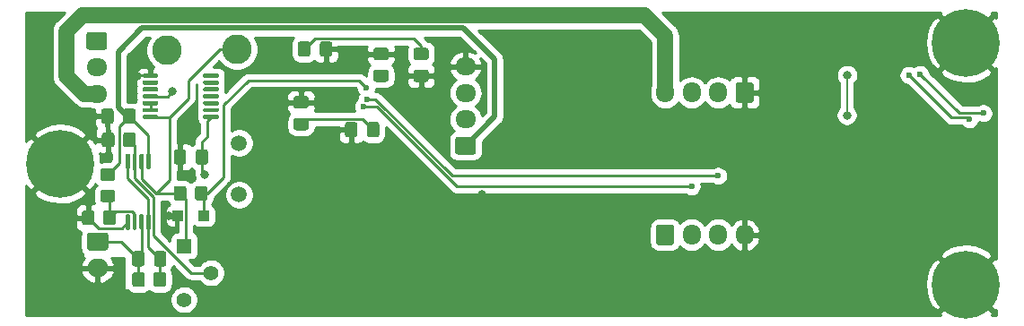
<source format=gbr>
G04 #@! TF.GenerationSoftware,KiCad,Pcbnew,5.1.9*
G04 #@! TF.CreationDate,2021-01-29T13:56:36+08:00*
G04 #@! TF.ProjectId,LaserSwitch-Slave,4c617365-7253-4776-9974-63682d536c61,rev?*
G04 #@! TF.SameCoordinates,Original*
G04 #@! TF.FileFunction,Copper,L2,Bot*
G04 #@! TF.FilePolarity,Positive*
%FSLAX46Y46*%
G04 Gerber Fmt 4.6, Leading zero omitted, Abs format (unit mm)*
G04 Created by KiCad (PCBNEW 5.1.9) date 2021-01-29 13:56:36*
%MOMM*%
%LPD*%
G01*
G04 APERTURE LIST*
G04 #@! TA.AperFunction,ComponentPad*
%ADD10C,2.800000*%
G04 #@! TD*
G04 #@! TA.AperFunction,ComponentPad*
%ADD11C,6.400000*%
G04 #@! TD*
G04 #@! TA.AperFunction,ComponentPad*
%ADD12C,1.500000*%
G04 #@! TD*
G04 #@! TA.AperFunction,ComponentPad*
%ADD13C,1.400000*%
G04 #@! TD*
G04 #@! TA.AperFunction,ComponentPad*
%ADD14R,1.400000X1.400000*%
G04 #@! TD*
G04 #@! TA.AperFunction,ComponentPad*
%ADD15O,1.700000X1.950000*%
G04 #@! TD*
G04 #@! TA.AperFunction,ComponentPad*
%ADD16O,1.950000X1.700000*%
G04 #@! TD*
G04 #@! TA.AperFunction,SMDPad,CuDef*
%ADD17R,1.000000X1.000000*%
G04 #@! TD*
G04 #@! TA.AperFunction,ComponentPad*
%ADD18O,2.000000X1.700000*%
G04 #@! TD*
G04 #@! TA.AperFunction,ViaPad*
%ADD19C,0.800000*%
G04 #@! TD*
G04 #@! TA.AperFunction,ViaPad*
%ADD20C,0.600000*%
G04 #@! TD*
G04 #@! TA.AperFunction,Conductor*
%ADD21C,0.250000*%
G04 #@! TD*
G04 #@! TA.AperFunction,Conductor*
%ADD22C,1.500000*%
G04 #@! TD*
G04 #@! TA.AperFunction,Conductor*
%ADD23C,0.500000*%
G04 #@! TD*
G04 #@! TA.AperFunction,Conductor*
%ADD24C,0.200000*%
G04 #@! TD*
G04 #@! TA.AperFunction,Conductor*
%ADD25C,0.254000*%
G04 #@! TD*
G04 #@! TA.AperFunction,Conductor*
%ADD26C,0.100000*%
G04 #@! TD*
G04 APERTURE END LIST*
G04 #@! TO.P,U2,8*
G04 #@! TO.N,+5V*
G04 #@! TA.AperFunction,SMDPad,CuDef*
G36*
G01*
X119388200Y-100516400D02*
X119188200Y-100516400D01*
G75*
G02*
X119088200Y-100416400I0J100000D01*
G01*
X119088200Y-99141400D01*
G75*
G02*
X119188200Y-99041400I100000J0D01*
G01*
X119388200Y-99041400D01*
G75*
G02*
X119488200Y-99141400I0J-100000D01*
G01*
X119488200Y-100416400D01*
G75*
G02*
X119388200Y-100516400I-100000J0D01*
G01*
G37*
G04 #@! TD.AperFunction*
G04 #@! TO.P,U2,7*
G04 #@! TO.N,Net-(R1-Pad2)*
G04 #@! TA.AperFunction,SMDPad,CuDef*
G36*
G01*
X118738200Y-100516400D02*
X118538200Y-100516400D01*
G75*
G02*
X118438200Y-100416400I0J100000D01*
G01*
X118438200Y-99141400D01*
G75*
G02*
X118538200Y-99041400I100000J0D01*
G01*
X118738200Y-99041400D01*
G75*
G02*
X118838200Y-99141400I0J-100000D01*
G01*
X118838200Y-100416400D01*
G75*
G02*
X118738200Y-100516400I-100000J0D01*
G01*
G37*
G04 #@! TD.AperFunction*
G04 #@! TO.P,U2,6*
G04 #@! TO.N,Net-(R4-Pad1)*
G04 #@! TA.AperFunction,SMDPad,CuDef*
G36*
G01*
X118088200Y-100516400D02*
X117888200Y-100516400D01*
G75*
G02*
X117788200Y-100416400I0J100000D01*
G01*
X117788200Y-99141400D01*
G75*
G02*
X117888200Y-99041400I100000J0D01*
G01*
X118088200Y-99041400D01*
G75*
G02*
X118188200Y-99141400I0J-100000D01*
G01*
X118188200Y-100416400D01*
G75*
G02*
X118088200Y-100516400I-100000J0D01*
G01*
G37*
G04 #@! TD.AperFunction*
G04 #@! TO.P,U2,5*
G04 #@! TO.N,Net-(C2-Pad2)*
G04 #@! TA.AperFunction,SMDPad,CuDef*
G36*
G01*
X117438200Y-100516400D02*
X117238200Y-100516400D01*
G75*
G02*
X117138200Y-100416400I0J100000D01*
G01*
X117138200Y-99141400D01*
G75*
G02*
X117238200Y-99041400I100000J0D01*
G01*
X117438200Y-99041400D01*
G75*
G02*
X117538200Y-99141400I0J-100000D01*
G01*
X117538200Y-100416400D01*
G75*
G02*
X117438200Y-100516400I-100000J0D01*
G01*
G37*
G04 #@! TD.AperFunction*
G04 #@! TO.P,U2,4*
G04 #@! TO.N,GND*
G04 #@! TA.AperFunction,SMDPad,CuDef*
G36*
G01*
X117438200Y-106241400D02*
X117238200Y-106241400D01*
G75*
G02*
X117138200Y-106141400I0J100000D01*
G01*
X117138200Y-104866400D01*
G75*
G02*
X117238200Y-104766400I100000J0D01*
G01*
X117438200Y-104766400D01*
G75*
G02*
X117538200Y-104866400I0J-100000D01*
G01*
X117538200Y-106141400D01*
G75*
G02*
X117438200Y-106241400I-100000J0D01*
G01*
G37*
G04 #@! TD.AperFunction*
G04 #@! TO.P,U2,3*
G04 #@! TO.N,Net-(C17-Pad1)*
G04 #@! TA.AperFunction,SMDPad,CuDef*
G36*
G01*
X118088200Y-106241400D02*
X117888200Y-106241400D01*
G75*
G02*
X117788200Y-106141400I0J100000D01*
G01*
X117788200Y-104866400D01*
G75*
G02*
X117888200Y-104766400I100000J0D01*
G01*
X118088200Y-104766400D01*
G75*
G02*
X118188200Y-104866400I0J-100000D01*
G01*
X118188200Y-106141400D01*
G75*
G02*
X118088200Y-106241400I-100000J0D01*
G01*
G37*
G04 #@! TD.AperFunction*
G04 #@! TO.P,U2,2*
G04 #@! TO.N,Net-(C2-Pad1)*
G04 #@! TA.AperFunction,SMDPad,CuDef*
G36*
G01*
X118738200Y-106241400D02*
X118538200Y-106241400D01*
G75*
G02*
X118438200Y-106141400I0J100000D01*
G01*
X118438200Y-104866400D01*
G75*
G02*
X118538200Y-104766400I100000J0D01*
G01*
X118738200Y-104766400D01*
G75*
G02*
X118838200Y-104866400I0J-100000D01*
G01*
X118838200Y-106141400D01*
G75*
G02*
X118738200Y-106241400I-100000J0D01*
G01*
G37*
G04 #@! TD.AperFunction*
G04 #@! TO.P,U2,1*
G04 #@! TO.N,Net-(C2-Pad2)*
G04 #@! TA.AperFunction,SMDPad,CuDef*
G36*
G01*
X119388200Y-106241400D02*
X119188200Y-106241400D01*
G75*
G02*
X119088200Y-106141400I0J100000D01*
G01*
X119088200Y-104866400D01*
G75*
G02*
X119188200Y-104766400I100000J0D01*
G01*
X119388200Y-104766400D01*
G75*
G02*
X119488200Y-104866400I0J-100000D01*
G01*
X119488200Y-106141400D01*
G75*
G02*
X119388200Y-106241400I-100000J0D01*
G01*
G37*
G04 #@! TD.AperFunction*
G04 #@! TD*
G04 #@! TO.P,R7,2*
G04 #@! TO.N,Net-(C17-Pad1)*
G04 #@! TA.AperFunction,SMDPad,CuDef*
G36*
G01*
X114992999Y-102431800D02*
X115893001Y-102431800D01*
G75*
G02*
X116143000Y-102681799I0J-249999D01*
G01*
X116143000Y-103381801D01*
G75*
G02*
X115893001Y-103631800I-249999J0D01*
G01*
X114992999Y-103631800D01*
G75*
G02*
X114743000Y-103381801I0J249999D01*
G01*
X114743000Y-102681799D01*
G75*
G02*
X114992999Y-102431800I249999J0D01*
G01*
G37*
G04 #@! TD.AperFunction*
G04 #@! TO.P,R7,1*
G04 #@! TO.N,+5V*
G04 #@! TA.AperFunction,SMDPad,CuDef*
G36*
G01*
X114992999Y-100431800D02*
X115893001Y-100431800D01*
G75*
G02*
X116143000Y-100681799I0J-249999D01*
G01*
X116143000Y-101381801D01*
G75*
G02*
X115893001Y-101631800I-249999J0D01*
G01*
X114992999Y-101631800D01*
G75*
G02*
X114743000Y-101381801I0J249999D01*
G01*
X114743000Y-100681799D01*
G75*
G02*
X114992999Y-100431800I249999J0D01*
G01*
G37*
G04 #@! TD.AperFunction*
G04 #@! TD*
G04 #@! TO.P,R6,2*
G04 #@! TO.N,GND*
G04 #@! TA.AperFunction,SMDPad,CuDef*
G36*
G01*
X114204800Y-104655199D02*
X114204800Y-105555201D01*
G75*
G02*
X113954801Y-105805200I-249999J0D01*
G01*
X113254799Y-105805200D01*
G75*
G02*
X113004800Y-105555201I0J249999D01*
G01*
X113004800Y-104655199D01*
G75*
G02*
X113254799Y-104405200I249999J0D01*
G01*
X113954801Y-104405200D01*
G75*
G02*
X114204800Y-104655199I0J-249999D01*
G01*
G37*
G04 #@! TD.AperFunction*
G04 #@! TO.P,R6,1*
G04 #@! TO.N,Net-(C17-Pad1)*
G04 #@! TA.AperFunction,SMDPad,CuDef*
G36*
G01*
X116204800Y-104655199D02*
X116204800Y-105555201D01*
G75*
G02*
X115954801Y-105805200I-249999J0D01*
G01*
X115254799Y-105805200D01*
G75*
G02*
X115004800Y-105555201I0J249999D01*
G01*
X115004800Y-104655199D01*
G75*
G02*
X115254799Y-104405200I249999J0D01*
G01*
X115954801Y-104405200D01*
G75*
G02*
X116204800Y-104655199I0J-249999D01*
G01*
G37*
G04 #@! TD.AperFunction*
G04 #@! TD*
D10*
G04 #@! TO.P,TP2,1*
G04 #@! TO.N,RX*
X121056400Y-89255600D03*
G04 #@! TD*
G04 #@! TO.P,TP1,1*
G04 #@! TO.N,Net-(R1-Pad2)*
X127635000Y-89179400D03*
G04 #@! TD*
G04 #@! TO.P,R4,2*
G04 #@! TO.N,GND*
G04 #@! TA.AperFunction,SMDPad,CuDef*
G36*
G01*
X116084400Y-97289199D02*
X116084400Y-98189201D01*
G75*
G02*
X115834401Y-98439200I-249999J0D01*
G01*
X115134399Y-98439200D01*
G75*
G02*
X114884400Y-98189201I0J249999D01*
G01*
X114884400Y-97289199D01*
G75*
G02*
X115134399Y-97039200I249999J0D01*
G01*
X115834401Y-97039200D01*
G75*
G02*
X116084400Y-97289199I0J-249999D01*
G01*
G37*
G04 #@! TD.AperFunction*
G04 #@! TO.P,R4,1*
G04 #@! TO.N,Net-(R4-Pad1)*
G04 #@! TA.AperFunction,SMDPad,CuDef*
G36*
G01*
X118084400Y-97289199D02*
X118084400Y-98189201D01*
G75*
G02*
X117834401Y-98439200I-249999J0D01*
G01*
X117134399Y-98439200D01*
G75*
G02*
X116884400Y-98189201I0J249999D01*
G01*
X116884400Y-97289199D01*
G75*
G02*
X117134399Y-97039200I249999J0D01*
G01*
X117834401Y-97039200D01*
G75*
G02*
X118084400Y-97289199I0J-249999D01*
G01*
G37*
G04 #@! TD.AperFunction*
G04 #@! TD*
G04 #@! TO.P,R3,2*
G04 #@! TO.N,Net-(C2-Pad1)*
G04 #@! TA.AperFunction,SMDPad,CuDef*
G36*
G01*
X118954600Y-110497199D02*
X118954600Y-111397201D01*
G75*
G02*
X118704601Y-111647200I-249999J0D01*
G01*
X118004599Y-111647200D01*
G75*
G02*
X117754600Y-111397201I0J249999D01*
G01*
X117754600Y-110497199D01*
G75*
G02*
X118004599Y-110247200I249999J0D01*
G01*
X118704601Y-110247200D01*
G75*
G02*
X118954600Y-110497199I0J-249999D01*
G01*
G37*
G04 #@! TD.AperFunction*
G04 #@! TO.P,R3,1*
G04 #@! TO.N,Net-(C2-Pad2)*
G04 #@! TA.AperFunction,SMDPad,CuDef*
G36*
G01*
X120954600Y-110497199D02*
X120954600Y-111397201D01*
G75*
G02*
X120704601Y-111647200I-249999J0D01*
G01*
X120004599Y-111647200D01*
G75*
G02*
X119754600Y-111397201I0J249999D01*
G01*
X119754600Y-110497199D01*
G75*
G02*
X120004599Y-110247200I249999J0D01*
G01*
X120704601Y-110247200D01*
G75*
G02*
X120954600Y-110497199I0J-249999D01*
G01*
G37*
G04 #@! TD.AperFunction*
G04 #@! TD*
G04 #@! TO.P,U4,14*
G04 #@! TO.N,+3V3*
G04 #@! TA.AperFunction,SMDPad,CuDef*
G36*
G01*
X124451400Y-95674400D02*
X124451400Y-95474400D01*
G75*
G02*
X124551400Y-95374400I100000J0D01*
G01*
X125826400Y-95374400D01*
G75*
G02*
X125926400Y-95474400I0J-100000D01*
G01*
X125926400Y-95674400D01*
G75*
G02*
X125826400Y-95774400I-100000J0D01*
G01*
X124551400Y-95774400D01*
G75*
G02*
X124451400Y-95674400I0J100000D01*
G01*
G37*
G04 #@! TD.AperFunction*
G04 #@! TO.P,U4,13*
G04 #@! TO.N,N/C*
G04 #@! TA.AperFunction,SMDPad,CuDef*
G36*
G01*
X124451400Y-95024400D02*
X124451400Y-94824400D01*
G75*
G02*
X124551400Y-94724400I100000J0D01*
G01*
X125826400Y-94724400D01*
G75*
G02*
X125926400Y-94824400I0J-100000D01*
G01*
X125926400Y-95024400D01*
G75*
G02*
X125826400Y-95124400I-100000J0D01*
G01*
X124551400Y-95124400D01*
G75*
G02*
X124451400Y-95024400I0J100000D01*
G01*
G37*
G04 #@! TD.AperFunction*
G04 #@! TO.P,U4,12*
G04 #@! TA.AperFunction,SMDPad,CuDef*
G36*
G01*
X124451400Y-94374400D02*
X124451400Y-94174400D01*
G75*
G02*
X124551400Y-94074400I100000J0D01*
G01*
X125826400Y-94074400D01*
G75*
G02*
X125926400Y-94174400I0J-100000D01*
G01*
X125926400Y-94374400D01*
G75*
G02*
X125826400Y-94474400I-100000J0D01*
G01*
X124551400Y-94474400D01*
G75*
G02*
X124451400Y-94374400I0J100000D01*
G01*
G37*
G04 #@! TD.AperFunction*
G04 #@! TO.P,U4,11*
G04 #@! TA.AperFunction,SMDPad,CuDef*
G36*
G01*
X124451400Y-93724400D02*
X124451400Y-93524400D01*
G75*
G02*
X124551400Y-93424400I100000J0D01*
G01*
X125826400Y-93424400D01*
G75*
G02*
X125926400Y-93524400I0J-100000D01*
G01*
X125926400Y-93724400D01*
G75*
G02*
X125826400Y-93824400I-100000J0D01*
G01*
X124551400Y-93824400D01*
G75*
G02*
X124451400Y-93724400I0J100000D01*
G01*
G37*
G04 #@! TD.AperFunction*
G04 #@! TO.P,U4,10*
G04 #@! TA.AperFunction,SMDPad,CuDef*
G36*
G01*
X124451400Y-93074400D02*
X124451400Y-92874400D01*
G75*
G02*
X124551400Y-92774400I100000J0D01*
G01*
X125826400Y-92774400D01*
G75*
G02*
X125926400Y-92874400I0J-100000D01*
G01*
X125926400Y-93074400D01*
G75*
G02*
X125826400Y-93174400I-100000J0D01*
G01*
X124551400Y-93174400D01*
G75*
G02*
X124451400Y-93074400I0J100000D01*
G01*
G37*
G04 #@! TD.AperFunction*
G04 #@! TO.P,U4,9*
G04 #@! TA.AperFunction,SMDPad,CuDef*
G36*
G01*
X124451400Y-92424400D02*
X124451400Y-92224400D01*
G75*
G02*
X124551400Y-92124400I100000J0D01*
G01*
X125826400Y-92124400D01*
G75*
G02*
X125926400Y-92224400I0J-100000D01*
G01*
X125926400Y-92424400D01*
G75*
G02*
X125826400Y-92524400I-100000J0D01*
G01*
X124551400Y-92524400D01*
G75*
G02*
X124451400Y-92424400I0J100000D01*
G01*
G37*
G04 #@! TD.AperFunction*
G04 #@! TO.P,U4,8*
G04 #@! TA.AperFunction,SMDPad,CuDef*
G36*
G01*
X124451400Y-91774400D02*
X124451400Y-91574400D01*
G75*
G02*
X124551400Y-91474400I100000J0D01*
G01*
X125826400Y-91474400D01*
G75*
G02*
X125926400Y-91574400I0J-100000D01*
G01*
X125926400Y-91774400D01*
G75*
G02*
X125826400Y-91874400I-100000J0D01*
G01*
X124551400Y-91874400D01*
G75*
G02*
X124451400Y-91774400I0J100000D01*
G01*
G37*
G04 #@! TD.AperFunction*
G04 #@! TO.P,U4,7*
G04 #@! TO.N,GND*
G04 #@! TA.AperFunction,SMDPad,CuDef*
G36*
G01*
X118726400Y-91774400D02*
X118726400Y-91574400D01*
G75*
G02*
X118826400Y-91474400I100000J0D01*
G01*
X120101400Y-91474400D01*
G75*
G02*
X120201400Y-91574400I0J-100000D01*
G01*
X120201400Y-91774400D01*
G75*
G02*
X120101400Y-91874400I-100000J0D01*
G01*
X118826400Y-91874400D01*
G75*
G02*
X118726400Y-91774400I0J100000D01*
G01*
G37*
G04 #@! TD.AperFunction*
G04 #@! TO.P,U4,6*
G04 #@! TO.N,N/C*
G04 #@! TA.AperFunction,SMDPad,CuDef*
G36*
G01*
X118726400Y-92424400D02*
X118726400Y-92224400D01*
G75*
G02*
X118826400Y-92124400I100000J0D01*
G01*
X120101400Y-92124400D01*
G75*
G02*
X120201400Y-92224400I0J-100000D01*
G01*
X120201400Y-92424400D01*
G75*
G02*
X120101400Y-92524400I-100000J0D01*
G01*
X118826400Y-92524400D01*
G75*
G02*
X118726400Y-92424400I0J100000D01*
G01*
G37*
G04 #@! TD.AperFunction*
G04 #@! TO.P,U4,5*
G04 #@! TA.AperFunction,SMDPad,CuDef*
G36*
G01*
X118726400Y-93074400D02*
X118726400Y-92874400D01*
G75*
G02*
X118826400Y-92774400I100000J0D01*
G01*
X120101400Y-92774400D01*
G75*
G02*
X120201400Y-92874400I0J-100000D01*
G01*
X120201400Y-93074400D01*
G75*
G02*
X120101400Y-93174400I-100000J0D01*
G01*
X118826400Y-93174400D01*
G75*
G02*
X118726400Y-93074400I0J100000D01*
G01*
G37*
G04 #@! TD.AperFunction*
G04 #@! TO.P,U4,4*
G04 #@! TO.N,RX*
G04 #@! TA.AperFunction,SMDPad,CuDef*
G36*
G01*
X118726400Y-93724400D02*
X118726400Y-93524400D01*
G75*
G02*
X118826400Y-93424400I100000J0D01*
G01*
X120101400Y-93424400D01*
G75*
G02*
X120201400Y-93524400I0J-100000D01*
G01*
X120201400Y-93724400D01*
G75*
G02*
X120101400Y-93824400I-100000J0D01*
G01*
X118826400Y-93824400D01*
G75*
G02*
X118726400Y-93724400I0J100000D01*
G01*
G37*
G04 #@! TD.AperFunction*
G04 #@! TO.P,U4,3*
G04 #@! TO.N,Net-(U4-Pad2)*
G04 #@! TA.AperFunction,SMDPad,CuDef*
G36*
G01*
X118726400Y-94374400D02*
X118726400Y-94174400D01*
G75*
G02*
X118826400Y-94074400I100000J0D01*
G01*
X120101400Y-94074400D01*
G75*
G02*
X120201400Y-94174400I0J-100000D01*
G01*
X120201400Y-94374400D01*
G75*
G02*
X120101400Y-94474400I-100000J0D01*
G01*
X118826400Y-94474400D01*
G75*
G02*
X118726400Y-94374400I0J100000D01*
G01*
G37*
G04 #@! TD.AperFunction*
G04 #@! TO.P,U4,2*
G04 #@! TA.AperFunction,SMDPad,CuDef*
G36*
G01*
X118726400Y-95024400D02*
X118726400Y-94824400D01*
G75*
G02*
X118826400Y-94724400I100000J0D01*
G01*
X120101400Y-94724400D01*
G75*
G02*
X120201400Y-94824400I0J-100000D01*
G01*
X120201400Y-95024400D01*
G75*
G02*
X120101400Y-95124400I-100000J0D01*
G01*
X118826400Y-95124400D01*
G75*
G02*
X118726400Y-95024400I0J100000D01*
G01*
G37*
G04 #@! TD.AperFunction*
G04 #@! TO.P,U4,1*
G04 #@! TO.N,Net-(R1-Pad2)*
G04 #@! TA.AperFunction,SMDPad,CuDef*
G36*
G01*
X118726400Y-95674400D02*
X118726400Y-95474400D01*
G75*
G02*
X118826400Y-95374400I100000J0D01*
G01*
X120101400Y-95374400D01*
G75*
G02*
X120201400Y-95474400I0J-100000D01*
G01*
X120201400Y-95674400D01*
G75*
G02*
X120101400Y-95774400I-100000J0D01*
G01*
X118826400Y-95774400D01*
G75*
G02*
X118726400Y-95674400I0J100000D01*
G01*
G37*
G04 #@! TD.AperFunction*
G04 #@! TD*
D11*
G04 #@! TO.P,H3,1*
G04 #@! TO.N,GND*
X196418200Y-111404400D03*
G04 #@! TD*
G04 #@! TO.P,H2,1*
G04 #@! TO.N,GND*
X196418200Y-88569800D03*
G04 #@! TD*
G04 #@! TO.P,H1,1*
G04 #@! TO.N,GND*
X110947200Y-100000000D03*
G04 #@! TD*
G04 #@! TO.P,C16,2*
G04 #@! TO.N,GND*
G04 #@! TA.AperFunction,SMDPad,CuDef*
G36*
G01*
X116009000Y-95029000D02*
X116009000Y-95979000D01*
G75*
G02*
X115759000Y-96229000I-250000J0D01*
G01*
X115084000Y-96229000D01*
G75*
G02*
X114834000Y-95979000I0J250000D01*
G01*
X114834000Y-95029000D01*
G75*
G02*
X115084000Y-94779000I250000J0D01*
G01*
X115759000Y-94779000D01*
G75*
G02*
X116009000Y-95029000I0J-250000D01*
G01*
G37*
G04 #@! TD.AperFunction*
G04 #@! TO.P,C16,1*
G04 #@! TO.N,+5V*
G04 #@! TA.AperFunction,SMDPad,CuDef*
G36*
G01*
X118084000Y-95029000D02*
X118084000Y-95979000D01*
G75*
G02*
X117834000Y-96229000I-250000J0D01*
G01*
X117159000Y-96229000D01*
G75*
G02*
X116909000Y-95979000I0J250000D01*
G01*
X116909000Y-95029000D01*
G75*
G02*
X117159000Y-94779000I250000J0D01*
G01*
X117834000Y-94779000D01*
G75*
G02*
X118084000Y-95029000I0J-250000D01*
G01*
G37*
G04 #@! TD.AperFunction*
G04 #@! TD*
D12*
G04 #@! TO.P,Y1,2*
G04 #@! TO.N,Net-(C10-Pad1)*
X127838200Y-102924000D03*
G04 #@! TO.P,Y1,1*
G04 #@! TO.N,Net-(C9-Pad1)*
X127838200Y-98044000D03*
G04 #@! TD*
D13*
G04 #@! TO.P,RV1,2*
G04 #@! TO.N,Net-(R4-Pad1)*
X125196600Y-110312200D03*
G04 #@! TO.P,RV1,3*
G04 #@! TO.N,Net-(RV1-Pad3)*
X122656600Y-112852200D03*
D14*
G04 #@! TO.P,RV1,1*
G04 #@! TO.N,Net-(R1-Pad2)*
X122656600Y-107772200D03*
G04 #@! TD*
G04 #@! TO.P,R1,2*
G04 #@! TO.N,Net-(R1-Pad2)*
G04 #@! TA.AperFunction,SMDPad,CuDef*
G36*
G01*
X122866200Y-102343799D02*
X122866200Y-103243801D01*
G75*
G02*
X122616201Y-103493800I-249999J0D01*
G01*
X121916199Y-103493800D01*
G75*
G02*
X121666200Y-103243801I0J249999D01*
G01*
X121666200Y-102343799D01*
G75*
G02*
X121916199Y-102093800I249999J0D01*
G01*
X122616201Y-102093800D01*
G75*
G02*
X122866200Y-102343799I0J-249999D01*
G01*
G37*
G04 #@! TD.AperFunction*
G04 #@! TO.P,R1,1*
G04 #@! TO.N,ADC*
G04 #@! TA.AperFunction,SMDPad,CuDef*
G36*
G01*
X124866200Y-102343799D02*
X124866200Y-103243801D01*
G75*
G02*
X124616201Y-103493800I-249999J0D01*
G01*
X123916199Y-103493800D01*
G75*
G02*
X123666200Y-103243801I0J249999D01*
G01*
X123666200Y-102343799D01*
G75*
G02*
X123916199Y-102093800I249999J0D01*
G01*
X124616201Y-102093800D01*
G75*
G02*
X124866200Y-102343799I0J-249999D01*
G01*
G37*
G04 #@! TD.AperFunction*
G04 #@! TD*
D15*
G04 #@! TO.P,J4,4*
G04 #@! TO.N,GND*
X175521000Y-106718000D03*
G04 #@! TO.P,J4,3*
G04 #@! TO.N,SCL*
X173021000Y-106718000D03*
G04 #@! TO.P,J4,2*
G04 #@! TO.N,SDA*
X170521000Y-106718000D03*
G04 #@! TO.P,J4,1*
G04 #@! TO.N,+7.5V*
G04 #@! TA.AperFunction,ComponentPad*
G36*
G01*
X167171000Y-107443000D02*
X167171000Y-105993000D01*
G75*
G02*
X167421000Y-105743000I250000J0D01*
G01*
X168621000Y-105743000D01*
G75*
G02*
X168871000Y-105993000I0J-250000D01*
G01*
X168871000Y-107443000D01*
G75*
G02*
X168621000Y-107693000I-250000J0D01*
G01*
X167421000Y-107693000D01*
G75*
G02*
X167171000Y-107443000I0J250000D01*
G01*
G37*
G04 #@! TD.AperFunction*
G04 #@! TD*
D16*
G04 #@! TO.P,J3,3*
G04 #@! TO.N,+7.5V*
X114401600Y-93392000D03*
G04 #@! TO.P,J3,2*
G04 #@! TO.N,GND*
X114401600Y-90892000D03*
G04 #@! TO.P,J3,1*
G04 #@! TO.N,TX*
G04 #@! TA.AperFunction,ComponentPad*
G36*
G01*
X113676600Y-87542000D02*
X115126600Y-87542000D01*
G75*
G02*
X115376600Y-87792000I0J-250000D01*
G01*
X115376600Y-88992000D01*
G75*
G02*
X115126600Y-89242000I-250000J0D01*
G01*
X113676600Y-89242000D01*
G75*
G02*
X113426600Y-88992000I0J250000D01*
G01*
X113426600Y-87792000D01*
G75*
G02*
X113676600Y-87542000I250000J0D01*
G01*
G37*
G04 #@! TD.AperFunction*
G04 #@! TD*
G04 #@! TO.P,J2,4*
G04 #@! TO.N,GND*
X149199600Y-90798000D03*
G04 #@! TO.P,J2,3*
G04 #@! TO.N,SWDIO*
X149199600Y-93298000D03*
G04 #@! TO.P,J2,2*
G04 #@! TO.N,SWDCLK*
X149199600Y-95798000D03*
G04 #@! TO.P,J2,1*
G04 #@! TO.N,+5V*
G04 #@! TA.AperFunction,ComponentPad*
G36*
G01*
X149924600Y-99148000D02*
X148474600Y-99148000D01*
G75*
G02*
X148224600Y-98898000I0J250000D01*
G01*
X148224600Y-97698000D01*
G75*
G02*
X148474600Y-97448000I250000J0D01*
G01*
X149924600Y-97448000D01*
G75*
G02*
X150174600Y-97698000I0J-250000D01*
G01*
X150174600Y-98898000D01*
G75*
G02*
X149924600Y-99148000I-250000J0D01*
G01*
G37*
G04 #@! TD.AperFunction*
G04 #@! TD*
D15*
G04 #@! TO.P,J1,4*
G04 #@! TO.N,+7.5V*
X168033700Y-93268900D03*
G04 #@! TO.P,J1,3*
G04 #@! TO.N,SDA*
X170533700Y-93268900D03*
G04 #@! TO.P,J1,2*
G04 #@! TO.N,SCL*
X173033700Y-93268900D03*
G04 #@! TO.P,J1,1*
G04 #@! TO.N,GND*
G04 #@! TA.AperFunction,ComponentPad*
G36*
G01*
X176383700Y-92543900D02*
X176383700Y-93993900D01*
G75*
G02*
X176133700Y-94243900I-250000J0D01*
G01*
X174933700Y-94243900D01*
G75*
G02*
X174683700Y-93993900I0J250000D01*
G01*
X174683700Y-92543900D01*
G75*
G02*
X174933700Y-92293900I250000J0D01*
G01*
X176133700Y-92293900D01*
G75*
G02*
X176383700Y-92543900I0J-250000D01*
G01*
G37*
G04 #@! TD.AperFunction*
G04 #@! TD*
D17*
G04 #@! TO.P,D2,2*
G04 #@! TO.N,GND*
X122016200Y-104927400D03*
G04 #@! TO.P,D2,1*
G04 #@! TO.N,ADC*
X124516200Y-104927400D03*
G04 #@! TD*
D18*
G04 #@! TO.P,D1,2*
G04 #@! TO.N,GND*
X114490500Y-109853100D03*
G04 #@! TO.P,D1,1*
G04 #@! TO.N,Net-(C2-Pad1)*
G04 #@! TA.AperFunction,ComponentPad*
G36*
G01*
X113740500Y-106503100D02*
X115240500Y-106503100D01*
G75*
G02*
X115490500Y-106753100I0J-250000D01*
G01*
X115490500Y-107953100D01*
G75*
G02*
X115240500Y-108203100I-250000J0D01*
G01*
X113740500Y-108203100D01*
G75*
G02*
X113490500Y-107953100I0J250000D01*
G01*
X113490500Y-106753100D01*
G75*
G02*
X113740500Y-106503100I250000J0D01*
G01*
G37*
G04 #@! TD.AperFunction*
G04 #@! TD*
G04 #@! TO.P,C15,2*
G04 #@! TO.N,GND*
G04 #@! TA.AperFunction,SMDPad,CuDef*
G36*
G01*
X138996000Y-96299000D02*
X138996000Y-97249000D01*
G75*
G02*
X138746000Y-97499000I-250000J0D01*
G01*
X138071000Y-97499000D01*
G75*
G02*
X137821000Y-97249000I0J250000D01*
G01*
X137821000Y-96299000D01*
G75*
G02*
X138071000Y-96049000I250000J0D01*
G01*
X138746000Y-96049000D01*
G75*
G02*
X138996000Y-96299000I0J-250000D01*
G01*
G37*
G04 #@! TD.AperFunction*
G04 #@! TO.P,C15,1*
G04 #@! TO.N,+3V3*
G04 #@! TA.AperFunction,SMDPad,CuDef*
G36*
G01*
X141071000Y-96299000D02*
X141071000Y-97249000D01*
G75*
G02*
X140821000Y-97499000I-250000J0D01*
G01*
X140146000Y-97499000D01*
G75*
G02*
X139896000Y-97249000I0J250000D01*
G01*
X139896000Y-96299000D01*
G75*
G02*
X140146000Y-96049000I250000J0D01*
G01*
X140821000Y-96049000D01*
G75*
G02*
X141071000Y-96299000I0J-250000D01*
G01*
G37*
G04 #@! TD.AperFunction*
G04 #@! TD*
G04 #@! TO.P,C14,2*
G04 #@! TO.N,GND*
G04 #@! TA.AperFunction,SMDPad,CuDef*
G36*
G01*
X144533600Y-91102600D02*
X145483600Y-91102600D01*
G75*
G02*
X145733600Y-91352600I0J-250000D01*
G01*
X145733600Y-92027600D01*
G75*
G02*
X145483600Y-92277600I-250000J0D01*
G01*
X144533600Y-92277600D01*
G75*
G02*
X144283600Y-92027600I0J250000D01*
G01*
X144283600Y-91352600D01*
G75*
G02*
X144533600Y-91102600I250000J0D01*
G01*
G37*
G04 #@! TD.AperFunction*
G04 #@! TO.P,C14,1*
G04 #@! TO.N,+3V3*
G04 #@! TA.AperFunction,SMDPad,CuDef*
G36*
G01*
X144533600Y-89027600D02*
X145483600Y-89027600D01*
G75*
G02*
X145733600Y-89277600I0J-250000D01*
G01*
X145733600Y-89952600D01*
G75*
G02*
X145483600Y-90202600I-250000J0D01*
G01*
X144533600Y-90202600D01*
G75*
G02*
X144283600Y-89952600I0J250000D01*
G01*
X144283600Y-89277600D01*
G75*
G02*
X144533600Y-89027600I250000J0D01*
G01*
G37*
G04 #@! TD.AperFunction*
G04 #@! TD*
G04 #@! TO.P,C13,2*
G04 #@! TO.N,GND*
G04 #@! TA.AperFunction,SMDPad,CuDef*
G36*
G01*
X135451000Y-89629000D02*
X135451000Y-88679000D01*
G75*
G02*
X135701000Y-88429000I250000J0D01*
G01*
X136376000Y-88429000D01*
G75*
G02*
X136626000Y-88679000I0J-250000D01*
G01*
X136626000Y-89629000D01*
G75*
G02*
X136376000Y-89879000I-250000J0D01*
G01*
X135701000Y-89879000D01*
G75*
G02*
X135451000Y-89629000I0J250000D01*
G01*
G37*
G04 #@! TD.AperFunction*
G04 #@! TO.P,C13,1*
G04 #@! TO.N,+3V3*
G04 #@! TA.AperFunction,SMDPad,CuDef*
G36*
G01*
X133376000Y-89629000D02*
X133376000Y-88679000D01*
G75*
G02*
X133626000Y-88429000I250000J0D01*
G01*
X134301000Y-88429000D01*
G75*
G02*
X134551000Y-88679000I0J-250000D01*
G01*
X134551000Y-89629000D01*
G75*
G02*
X134301000Y-89879000I-250000J0D01*
G01*
X133626000Y-89879000D01*
G75*
G02*
X133376000Y-89629000I0J250000D01*
G01*
G37*
G04 #@! TD.AperFunction*
G04 #@! TD*
G04 #@! TO.P,C12,2*
G04 #@! TO.N,GND*
G04 #@! TA.AperFunction,SMDPad,CuDef*
G36*
G01*
X134155200Y-94774600D02*
X133205200Y-94774600D01*
G75*
G02*
X132955200Y-94524600I0J250000D01*
G01*
X132955200Y-93849600D01*
G75*
G02*
X133205200Y-93599600I250000J0D01*
G01*
X134155200Y-93599600D01*
G75*
G02*
X134405200Y-93849600I0J-250000D01*
G01*
X134405200Y-94524600D01*
G75*
G02*
X134155200Y-94774600I-250000J0D01*
G01*
G37*
G04 #@! TD.AperFunction*
G04 #@! TO.P,C12,1*
G04 #@! TO.N,+3V3*
G04 #@! TA.AperFunction,SMDPad,CuDef*
G36*
G01*
X134155200Y-96849600D02*
X133205200Y-96849600D01*
G75*
G02*
X132955200Y-96599600I0J250000D01*
G01*
X132955200Y-95924600D01*
G75*
G02*
X133205200Y-95674600I250000J0D01*
G01*
X134155200Y-95674600D01*
G75*
G02*
X134405200Y-95924600I0J-250000D01*
G01*
X134405200Y-96599600D01*
G75*
G02*
X134155200Y-96849600I-250000J0D01*
G01*
G37*
G04 #@! TD.AperFunction*
G04 #@! TD*
G04 #@! TO.P,C11,2*
G04 #@! TO.N,GND*
G04 #@! TA.AperFunction,SMDPad,CuDef*
G36*
G01*
X141699000Y-90202600D02*
X140749000Y-90202600D01*
G75*
G02*
X140499000Y-89952600I0J250000D01*
G01*
X140499000Y-89277600D01*
G75*
G02*
X140749000Y-89027600I250000J0D01*
G01*
X141699000Y-89027600D01*
G75*
G02*
X141949000Y-89277600I0J-250000D01*
G01*
X141949000Y-89952600D01*
G75*
G02*
X141699000Y-90202600I-250000J0D01*
G01*
G37*
G04 #@! TD.AperFunction*
G04 #@! TO.P,C11,1*
G04 #@! TO.N,Net-(C11-Pad1)*
G04 #@! TA.AperFunction,SMDPad,CuDef*
G36*
G01*
X141699000Y-92277600D02*
X140749000Y-92277600D01*
G75*
G02*
X140499000Y-92027600I0J250000D01*
G01*
X140499000Y-91352600D01*
G75*
G02*
X140749000Y-91102600I250000J0D01*
G01*
X141699000Y-91102600D01*
G75*
G02*
X141949000Y-91352600I0J-250000D01*
G01*
X141949000Y-92027600D01*
G75*
G02*
X141699000Y-92277600I-250000J0D01*
G01*
G37*
G04 #@! TD.AperFunction*
G04 #@! TD*
G04 #@! TO.P,C7,2*
G04 #@! TO.N,GND*
G04 #@! TA.AperFunction,SMDPad,CuDef*
G36*
G01*
X122841600Y-98889800D02*
X122841600Y-99839800D01*
G75*
G02*
X122591600Y-100089800I-250000J0D01*
G01*
X121916600Y-100089800D01*
G75*
G02*
X121666600Y-99839800I0J250000D01*
G01*
X121666600Y-98889800D01*
G75*
G02*
X121916600Y-98639800I250000J0D01*
G01*
X122591600Y-98639800D01*
G75*
G02*
X122841600Y-98889800I0J-250000D01*
G01*
G37*
G04 #@! TD.AperFunction*
G04 #@! TO.P,C7,1*
G04 #@! TO.N,+3V3*
G04 #@! TA.AperFunction,SMDPad,CuDef*
G36*
G01*
X124916600Y-98889800D02*
X124916600Y-99839800D01*
G75*
G02*
X124666600Y-100089800I-250000J0D01*
G01*
X123991600Y-100089800D01*
G75*
G02*
X123741600Y-99839800I0J250000D01*
G01*
X123741600Y-98889800D01*
G75*
G02*
X123991600Y-98639800I250000J0D01*
G01*
X124666600Y-98639800D01*
G75*
G02*
X124916600Y-98889800I0J-250000D01*
G01*
G37*
G04 #@! TD.AperFunction*
G04 #@! TD*
G04 #@! TO.P,C2,2*
G04 #@! TO.N,Net-(C2-Pad2)*
G04 #@! TA.AperFunction,SMDPad,CuDef*
G36*
G01*
X119804600Y-109466400D02*
X119804600Y-108516400D01*
G75*
G02*
X120054600Y-108266400I250000J0D01*
G01*
X120729600Y-108266400D01*
G75*
G02*
X120979600Y-108516400I0J-250000D01*
G01*
X120979600Y-109466400D01*
G75*
G02*
X120729600Y-109716400I-250000J0D01*
G01*
X120054600Y-109716400D01*
G75*
G02*
X119804600Y-109466400I0J250000D01*
G01*
G37*
G04 #@! TD.AperFunction*
G04 #@! TO.P,C2,1*
G04 #@! TO.N,Net-(C2-Pad1)*
G04 #@! TA.AperFunction,SMDPad,CuDef*
G36*
G01*
X117729600Y-109466400D02*
X117729600Y-108516400D01*
G75*
G02*
X117979600Y-108266400I250000J0D01*
G01*
X118654600Y-108266400D01*
G75*
G02*
X118904600Y-108516400I0J-250000D01*
G01*
X118904600Y-109466400D01*
G75*
G02*
X118654600Y-109716400I-250000J0D01*
G01*
X117979600Y-109716400D01*
G75*
G02*
X117729600Y-109466400I0J250000D01*
G01*
G37*
G04 #@! TD.AperFunction*
G04 #@! TD*
D19*
G04 #@! TO.N,GND*
X150749000Y-102920800D03*
X150723600Y-110947200D03*
X179298600Y-93141800D03*
X164642800Y-108254800D03*
X164795200Y-96367600D03*
X157810200Y-89001600D03*
D20*
X136038500Y-89154000D03*
X145008600Y-91690100D03*
X138408500Y-96774000D03*
D19*
X180543200Y-108280200D03*
D20*
X141590544Y-89981644D03*
X133680200Y-94187100D03*
D19*
X158953200Y-97790000D03*
D20*
X141935200Y-97129600D03*
X127889000Y-111048800D03*
D19*
X118237000Y-91694000D03*
X108812676Y-87511400D03*
X108812676Y-91311400D03*
X108812676Y-95111400D03*
X108812676Y-104611400D03*
X108812676Y-108411400D03*
X108812676Y-112211400D03*
X110712676Y-106511400D03*
X110712676Y-110311400D03*
X111662676Y-113161400D03*
X114512676Y-112211400D03*
X117362676Y-113161400D03*
X123062676Y-96061400D03*
X124962676Y-107461400D03*
X124962676Y-113161400D03*
X129712676Y-95111400D03*
X129712676Y-105561400D03*
X130662676Y-97961400D03*
X130662676Y-102711400D03*
X130662676Y-108411400D03*
X132562676Y-106511400D03*
X134462676Y-108411400D03*
X136362676Y-106511400D03*
X138262676Y-108411400D03*
X140162676Y-106511400D03*
X142062676Y-108411400D03*
X143012676Y-98911400D03*
X143962676Y-101761400D03*
X143962676Y-106511400D03*
X143962676Y-110311400D03*
X145862676Y-108411400D03*
X146812676Y-96061400D03*
X147762676Y-105561400D03*
X149662676Y-107461400D03*
X153462676Y-88461400D03*
X153462676Y-92261400D03*
X155362676Y-90361400D03*
X155362676Y-98911400D03*
X159162676Y-91311400D03*
X159162676Y-96061400D03*
X159162676Y-107461400D03*
X161062676Y-113161400D03*
X162962676Y-98911400D03*
X162962676Y-110311400D03*
X163912676Y-88461400D03*
X164862676Y-112211400D03*
X168662676Y-109361400D03*
X170562676Y-87511400D03*
X171512676Y-90361400D03*
X171512676Y-110311400D03*
X173412676Y-88461400D03*
X174362676Y-109361400D03*
X175312676Y-90361400D03*
X176262676Y-87511400D03*
X177212676Y-96061400D03*
X177212676Y-99861400D03*
X177212676Y-103661400D03*
X178162676Y-89411400D03*
X179112676Y-113161400D03*
X180062676Y-87511400D03*
X181012676Y-99861400D03*
X181012676Y-103661400D03*
X181012676Y-110311400D03*
X182912676Y-97961400D03*
X182912676Y-101761400D03*
X182912676Y-112211400D03*
X183862676Y-109361400D03*
X185762676Y-111261400D03*
X186712676Y-89411400D03*
X186712676Y-97961400D03*
X186712676Y-101761400D03*
X187662676Y-109361400D03*
X187662676Y-113161400D03*
X188612676Y-91311400D03*
X188612676Y-96061400D03*
X188612676Y-99861400D03*
X188612676Y-103661400D03*
X189562676Y-111261400D03*
X190512676Y-87511400D03*
X190512676Y-97961400D03*
X190512676Y-101761400D03*
X191462676Y-109361400D03*
X191462676Y-113161400D03*
X192412676Y-96061400D03*
X192412676Y-99861400D03*
X192412676Y-103661400D03*
X194312676Y-97961400D03*
X194312676Y-101761400D03*
X196212676Y-99861400D03*
X196212676Y-103661400D03*
X198112676Y-97961400D03*
X198112676Y-101761400D03*
X121208800Y-104927400D03*
D20*
G04 #@! TO.N,+3V3*
X133934200Y-89154000D03*
X145008600Y-89615100D03*
X140483500Y-96774000D03*
X133680200Y-96262100D03*
D19*
X124612400Y-101015800D03*
D20*
G04 #@! TO.N,Net-(C11-Pad1)*
X141224000Y-91690100D03*
G04 #@! TO.N,ADC*
X139827000Y-92786200D03*
G04 #@! TO.N,SDA*
X139547600Y-94589600D03*
X170533700Y-102135300D03*
G04 #@! TO.N,SCL*
X139903200Y-93878400D03*
X173033700Y-101151700D03*
D19*
G04 #@! TO.N,RX*
X121539000Y-93192600D03*
G04 #@! TO.N,BT_CONN*
X185191400Y-91617800D03*
X185166000Y-95402400D03*
D20*
G04 #@! TO.N,BT_TX*
X191008000Y-91617800D03*
X196748400Y-95799610D03*
G04 #@! TO.N,BT_RX*
X192100200Y-91541600D03*
X198043800Y-95224600D03*
D19*
G04 #@! TO.N,Net-(C17-Pad1)*
X115443000Y-103031800D03*
G04 #@! TD*
D21*
G04 #@! TO.N,GND*
X115484400Y-95795500D02*
X115421500Y-95732600D01*
X118256600Y-91674400D02*
X118237000Y-91694000D01*
X119463900Y-91674400D02*
X118256600Y-91674400D01*
X122016200Y-104927400D02*
X121208800Y-104927400D01*
X116761890Y-106080210D02*
X117338200Y-105503900D01*
X114579810Y-106080210D02*
X116761890Y-106080210D01*
X113604800Y-105105200D02*
X114579810Y-106080210D01*
D22*
G04 #@! TO.N,+7.5V*
X168033700Y-93268900D02*
X168033700Y-87896700D01*
X168033700Y-87896700D02*
X166112010Y-85975010D01*
X166112010Y-85975010D02*
X113033990Y-85975010D01*
X113254800Y-93392000D02*
X114401600Y-93392000D01*
X113033990Y-85975010D02*
X111551838Y-87457162D01*
X111551838Y-87457162D02*
X111551838Y-91689038D01*
X111551838Y-91689038D02*
X113254800Y-93392000D01*
D21*
G04 #@! TO.N,Net-(C2-Pad2)*
X120392100Y-110909700D02*
X120354600Y-110947200D01*
X120392100Y-108991400D02*
X120392100Y-110909700D01*
X119288200Y-107887500D02*
X120392100Y-108991400D01*
X119288200Y-105503900D02*
X119288200Y-107887500D01*
X119288200Y-103337000D02*
X119288200Y-105503900D01*
X117338200Y-101387000D02*
X119288200Y-103337000D01*
X117338200Y-99778900D02*
X117338200Y-101387000D01*
G04 #@! TO.N,Net-(C2-Pad1)*
X118317100Y-110909700D02*
X118354600Y-110947200D01*
X118317100Y-108991400D02*
X118317100Y-110909700D01*
X118638200Y-108670300D02*
X118638200Y-105503900D01*
X118317100Y-108991400D02*
X118638200Y-108670300D01*
X114490500Y-107353100D02*
X116678800Y-107353100D01*
X116678800Y-107353100D02*
X118317100Y-108991400D01*
D23*
G04 #@! TO.N,+5V*
X116433600Y-94669700D02*
X117496500Y-95732600D01*
X116433600Y-89433400D02*
X116433600Y-94669700D01*
X118691979Y-87175021D02*
X116433600Y-89433400D01*
X148998621Y-87175021D02*
X118691979Y-87175021D01*
X151942800Y-90119200D02*
X148998621Y-87175021D01*
X151942800Y-95554800D02*
X151942800Y-90119200D01*
X149199600Y-98298000D02*
X151942800Y-95554800D01*
D21*
X116535200Y-96465300D02*
X117496500Y-95504000D01*
X116535200Y-99939600D02*
X116535200Y-96465300D01*
X115443000Y-101031800D02*
X116535200Y-99939600D01*
X119288200Y-97295700D02*
X117496500Y-95504000D01*
X119288200Y-99778900D02*
X119288200Y-97295700D01*
G04 #@! TO.N,+3V3*
X133963500Y-89154000D02*
X133934200Y-89154000D01*
X139483490Y-95773990D02*
X140483500Y-96774000D01*
X134168310Y-95773990D02*
X139483490Y-95773990D01*
X133680200Y-96262100D02*
X134168310Y-95773990D01*
X124379900Y-100783300D02*
X124612400Y-101015800D01*
X145008600Y-89615100D02*
X145008600Y-88849200D01*
X134963510Y-88153990D02*
X133963500Y-89154000D01*
X144313390Y-88153990D02*
X134963510Y-88153990D01*
X145008600Y-88849200D02*
X144313390Y-88153990D01*
X124329100Y-100732500D02*
X124612400Y-101015800D01*
X124329100Y-99364800D02*
X124329100Y-100732500D01*
X124329100Y-97906700D02*
X124801400Y-97434400D01*
X124329100Y-99364800D02*
X124329100Y-97906700D01*
X124801400Y-95961900D02*
X125188900Y-95574400D01*
X124801400Y-97434400D02*
X124801400Y-95961900D01*
G04 #@! TO.N,ADC*
X124516200Y-103043800D02*
X124266200Y-102793800D01*
X124516200Y-104927400D02*
X124516200Y-103043800D01*
X124266200Y-102793800D02*
X124764800Y-102793800D01*
X139141200Y-92100400D02*
X139827000Y-92786200D01*
X126365000Y-94462600D02*
X128727200Y-92100400D01*
X128727200Y-92100400D02*
X139141200Y-92100400D01*
X126365000Y-101269800D02*
X126365000Y-94462600D01*
X124841000Y-102793800D02*
X126365000Y-101269800D01*
X124266200Y-102793800D02*
X124841000Y-102793800D01*
G04 #@! TO.N,SDA*
X139547600Y-94589600D02*
X140810700Y-94589600D01*
X140810700Y-94589600D02*
X148356400Y-102135300D01*
X148356400Y-102135300D02*
X170533700Y-102135300D01*
G04 #@! TO.N,SCL*
X147938500Y-101151700D02*
X173033700Y-101151700D01*
X139903200Y-93878400D02*
X140665200Y-93878400D01*
X140665200Y-93878400D02*
X147938500Y-101151700D01*
G04 #@! TO.N,RX*
X121107200Y-93624400D02*
X121539000Y-93192600D01*
X119851400Y-93624400D02*
X121107200Y-93624400D01*
G04 #@! TO.N,Net-(U4-Pad2)*
X119463900Y-94274400D02*
X119463900Y-94924400D01*
D24*
G04 #@! TO.N,BT_CONN*
X185191400Y-95377000D02*
X185166000Y-95402400D01*
X185191400Y-91617800D02*
X185191400Y-95377000D01*
D21*
G04 #@! TO.N,BT_TX*
X191008000Y-91617800D02*
X195021200Y-95631000D01*
X195021200Y-95631000D02*
X196579790Y-95631000D01*
X196579790Y-95631000D02*
X196748400Y-95799610D01*
G04 #@! TO.N,BT_RX*
X192100200Y-91541600D02*
X195783200Y-95224600D01*
X195783200Y-95224600D02*
X198043800Y-95224600D01*
G04 #@! TO.N,Net-(R4-Pad1)*
X117876200Y-99753500D02*
X117876200Y-100491000D01*
G04 #@! TO.N,Net-(R1-Pad2)*
X119456200Y-95582100D02*
X119463900Y-95574400D01*
X123037600Y-92151200D02*
X126009400Y-89179400D01*
X126009400Y-89179400D02*
X127635000Y-89179400D01*
X123037600Y-93802200D02*
X123037600Y-92151200D01*
X121265400Y-95574400D02*
X123037600Y-93802200D01*
X119463900Y-95574400D02*
X121265400Y-95574400D01*
X122791201Y-107637599D02*
X122791201Y-103318801D01*
X122791201Y-103318801D02*
X122266200Y-102793800D01*
X122656600Y-107772200D02*
X122791201Y-107637599D01*
X118638200Y-101442400D02*
X118638200Y-99778900D01*
X119989600Y-102793800D02*
X118638200Y-101442400D01*
X122266200Y-102793800D02*
X119989600Y-102793800D01*
X121265400Y-101518000D02*
X119989600Y-102793800D01*
X121265400Y-95574400D02*
X121265400Y-101518000D01*
G04 #@! TO.N,Net-(R4-Pad1)*
X117484400Y-97739200D02*
X117200800Y-98022800D01*
X117988200Y-101402000D02*
X117988200Y-99778900D01*
X119763210Y-103177010D02*
X117988200Y-101402000D01*
X123301598Y-110312200D02*
X119763210Y-106773812D01*
X119763210Y-106773812D02*
X119763210Y-103177010D01*
X125196600Y-110312200D02*
X123301598Y-110312200D01*
X117988200Y-98243000D02*
X117988200Y-99778900D01*
X117484400Y-97739200D02*
X117988200Y-98243000D01*
G04 #@! TO.N,Net-(C17-Pad1)*
X115604800Y-103193600D02*
X115443000Y-103031800D01*
X115604800Y-105105200D02*
X115604800Y-103193600D01*
X117988200Y-104766400D02*
X117988200Y-105503900D01*
X117713190Y-104491390D02*
X117988200Y-104766400D01*
X116218610Y-104491390D02*
X117713190Y-104491390D01*
X115604800Y-105105200D02*
X116218610Y-104491390D01*
G04 #@! TD*
D25*
G04 #@! TO.N,GND*
X110620603Y-86429712D02*
X110567757Y-86473082D01*
X110394681Y-86683975D01*
X110360353Y-86748198D01*
X110266074Y-86924582D01*
X110193436Y-87164038D01*
X110186878Y-87185656D01*
X110166838Y-87389126D01*
X110166838Y-87389133D01*
X110160138Y-87457162D01*
X110166838Y-87525191D01*
X110166839Y-91620999D01*
X110160138Y-91689038D01*
X110186878Y-91960545D01*
X110266074Y-92221618D01*
X110394682Y-92462226D01*
X110524386Y-92620271D01*
X110524389Y-92620274D01*
X110567758Y-92673119D01*
X110620602Y-92716487D01*
X112227350Y-94323236D01*
X112270719Y-94376081D01*
X112323564Y-94419450D01*
X112323566Y-94419452D01*
X112359612Y-94449034D01*
X112481612Y-94549157D01*
X112675206Y-94652635D01*
X112722219Y-94677764D01*
X112983292Y-94756960D01*
X113006692Y-94759265D01*
X113186763Y-94777000D01*
X113186771Y-94777000D01*
X113254800Y-94783700D01*
X113322829Y-94777000D01*
X113726667Y-94777000D01*
X113985489Y-94855513D01*
X114196609Y-94876306D01*
X114199000Y-95218250D01*
X114357750Y-95377000D01*
X115294500Y-95377000D01*
X115294500Y-95357000D01*
X115548500Y-95357000D01*
X115548500Y-95377000D01*
X115568500Y-95377000D01*
X115568500Y-95631000D01*
X115548500Y-95631000D01*
X115548500Y-96705250D01*
X115611400Y-96768150D01*
X115611400Y-97612200D01*
X115631400Y-97612200D01*
X115631400Y-97866200D01*
X115611400Y-97866200D01*
X115611400Y-98915450D01*
X115770150Y-99074200D01*
X115775200Y-99074249D01*
X115775200Y-99624798D01*
X115606270Y-99793728D01*
X114992999Y-99793728D01*
X114819745Y-99810792D01*
X114782063Y-99822223D01*
X114731378Y-99272062D01*
X114661107Y-99035038D01*
X114759918Y-99065012D01*
X114884400Y-99077272D01*
X115198650Y-99074200D01*
X115357400Y-98915450D01*
X115357400Y-97866200D01*
X114408150Y-97866200D01*
X114249400Y-98024950D01*
X114249289Y-98039911D01*
X114164755Y-97879330D01*
X114137748Y-97838912D01*
X113648081Y-97478724D01*
X111126805Y-100000000D01*
X113648081Y-102521276D01*
X114137748Y-102161088D01*
X114277648Y-101903277D01*
X114365038Y-102009762D01*
X114391891Y-102031800D01*
X114365038Y-102053838D01*
X114254595Y-102188413D01*
X114172528Y-102341949D01*
X114121992Y-102508545D01*
X114104928Y-102681799D01*
X114104928Y-103381801D01*
X114121992Y-103555055D01*
X114172528Y-103721651D01*
X114196877Y-103767205D01*
X113890550Y-103770200D01*
X113731800Y-103928950D01*
X113731800Y-104978200D01*
X113751800Y-104978200D01*
X113751800Y-105232200D01*
X113731800Y-105232200D01*
X113731800Y-105252200D01*
X113477800Y-105252200D01*
X113477800Y-105232200D01*
X112528550Y-105232200D01*
X112369800Y-105390950D01*
X112366728Y-105805200D01*
X112378988Y-105929682D01*
X112415298Y-106049380D01*
X112474263Y-106159694D01*
X112553615Y-106256385D01*
X112650306Y-106335737D01*
X112760620Y-106394702D01*
X112880318Y-106431012D01*
X112913644Y-106434294D01*
X112869492Y-106579846D01*
X112852428Y-106753100D01*
X112852428Y-107953100D01*
X112869492Y-108126354D01*
X112920028Y-108292950D01*
X113002095Y-108446486D01*
X113030000Y-108480489D01*
X113030000Y-108737400D01*
X113032440Y-108762176D01*
X113039667Y-108786001D01*
X113051403Y-108807957D01*
X113067197Y-108827203D01*
X113086443Y-108842997D01*
X113108399Y-108854733D01*
X113132224Y-108861960D01*
X113157000Y-108864400D01*
X113240440Y-108864400D01*
X113151836Y-108961054D01*
X113000646Y-109210091D01*
X112900946Y-109483839D01*
X112899024Y-109496210D01*
X113020345Y-109726100D01*
X114363500Y-109726100D01*
X114363500Y-109706100D01*
X114617500Y-109706100D01*
X114617500Y-109726100D01*
X115960655Y-109726100D01*
X116081976Y-109496210D01*
X116080054Y-109483839D01*
X115980354Y-109210091D01*
X115829164Y-108961054D01*
X115740560Y-108864400D01*
X116941600Y-108864400D01*
X116941600Y-111836200D01*
X116944040Y-111860976D01*
X116951267Y-111884801D01*
X116963003Y-111906757D01*
X116978797Y-111926003D01*
X116998043Y-111941797D01*
X117019999Y-111953533D01*
X117043824Y-111960760D01*
X117068600Y-111963200D01*
X117325787Y-111963200D01*
X117376638Y-112025162D01*
X117511213Y-112135605D01*
X117664749Y-112217672D01*
X117831345Y-112268208D01*
X118004599Y-112285272D01*
X118704601Y-112285272D01*
X118877855Y-112268208D01*
X119044451Y-112217672D01*
X119197987Y-112135605D01*
X119332562Y-112025162D01*
X119354600Y-111998309D01*
X119376638Y-112025162D01*
X119511213Y-112135605D01*
X119664749Y-112217672D01*
X119831345Y-112268208D01*
X120004599Y-112285272D01*
X120704601Y-112285272D01*
X120877855Y-112268208D01*
X121044451Y-112217672D01*
X121197987Y-112135605D01*
X121332562Y-112025162D01*
X121443005Y-111890587D01*
X121525072Y-111737051D01*
X121575608Y-111570455D01*
X121592672Y-111397201D01*
X121592672Y-110497199D01*
X121575608Y-110323945D01*
X121525072Y-110157349D01*
X121443005Y-110003813D01*
X121437439Y-109997031D01*
X121468005Y-109959786D01*
X121550072Y-109806250D01*
X121589819Y-109675222D01*
X122737799Y-110823203D01*
X122761597Y-110852201D01*
X122877322Y-110947174D01*
X123009351Y-111017746D01*
X123152612Y-111061203D01*
X123264265Y-111072200D01*
X123264274Y-111072200D01*
X123301597Y-111075876D01*
X123338920Y-111072200D01*
X124098825Y-111072200D01*
X124159638Y-111163213D01*
X124345587Y-111349162D01*
X124564241Y-111495261D01*
X124807195Y-111595896D01*
X125065114Y-111647200D01*
X125328086Y-111647200D01*
X125586005Y-111595896D01*
X125828959Y-111495261D01*
X126001318Y-111380095D01*
X192564720Y-111380095D01*
X192634022Y-112132338D01*
X192848748Y-112856608D01*
X193200645Y-113525070D01*
X193227652Y-113565488D01*
X193717319Y-113925676D01*
X196238595Y-111404400D01*
X193717319Y-108883124D01*
X193227652Y-109243312D01*
X192867351Y-109907282D01*
X192643506Y-110628785D01*
X192564720Y-111380095D01*
X126001318Y-111380095D01*
X126047613Y-111349162D01*
X126233562Y-111163213D01*
X126379661Y-110944559D01*
X126480296Y-110701605D01*
X126531600Y-110443686D01*
X126531600Y-110180714D01*
X126480296Y-109922795D01*
X126379661Y-109679841D01*
X126233562Y-109461187D01*
X126047613Y-109275238D01*
X125828959Y-109129139D01*
X125586005Y-109028504D01*
X125328086Y-108977200D01*
X125065114Y-108977200D01*
X124807195Y-109028504D01*
X124564241Y-109129139D01*
X124345587Y-109275238D01*
X124159638Y-109461187D01*
X124098825Y-109552200D01*
X123616400Y-109552200D01*
X123174472Y-109110272D01*
X123356600Y-109110272D01*
X123481082Y-109098012D01*
X123600780Y-109061702D01*
X123711094Y-109002737D01*
X123807785Y-108923385D01*
X123887137Y-108826694D01*
X123946102Y-108716380D01*
X123950003Y-108703519D01*
X193896924Y-108703519D01*
X196418200Y-111224795D01*
X198939476Y-108703519D01*
X198579288Y-108213852D01*
X197915318Y-107853551D01*
X197193815Y-107629706D01*
X196442505Y-107550920D01*
X195690262Y-107620222D01*
X194965992Y-107834948D01*
X194297530Y-108186845D01*
X194257112Y-108213852D01*
X193896924Y-108703519D01*
X123950003Y-108703519D01*
X123982412Y-108596682D01*
X123994672Y-108472200D01*
X123994672Y-107072200D01*
X123982412Y-106947718D01*
X123946102Y-106828020D01*
X123887137Y-106717706D01*
X123807785Y-106621015D01*
X123711094Y-106541663D01*
X123600780Y-106482698D01*
X123551201Y-106467658D01*
X123551201Y-105861753D01*
X123565015Y-105878585D01*
X123661706Y-105957937D01*
X123772020Y-106016902D01*
X123891718Y-106053212D01*
X124016200Y-106065472D01*
X125016200Y-106065472D01*
X125140682Y-106053212D01*
X125260380Y-106016902D01*
X125305096Y-105993000D01*
X166532928Y-105993000D01*
X166532928Y-107443000D01*
X166549992Y-107616254D01*
X166600528Y-107782850D01*
X166682595Y-107936386D01*
X166793038Y-108070962D01*
X166927614Y-108181405D01*
X167081150Y-108263472D01*
X167247746Y-108314008D01*
X167421000Y-108331072D01*
X168621000Y-108331072D01*
X168794254Y-108314008D01*
X168960850Y-108263472D01*
X169114386Y-108181405D01*
X169248962Y-108070962D01*
X169359405Y-107936386D01*
X169413777Y-107834663D01*
X169465866Y-107898134D01*
X169691987Y-108083706D01*
X169949967Y-108221599D01*
X170229890Y-108306513D01*
X170521000Y-108335185D01*
X170812111Y-108306513D01*
X171092034Y-108221599D01*
X171350014Y-108083706D01*
X171576134Y-107898134D01*
X171761706Y-107672014D01*
X171771000Y-107654626D01*
X171780294Y-107672014D01*
X171965866Y-107898134D01*
X172191987Y-108083706D01*
X172449967Y-108221599D01*
X172729890Y-108306513D01*
X173021000Y-108335185D01*
X173312111Y-108306513D01*
X173592034Y-108221599D01*
X173850014Y-108083706D01*
X174076134Y-107898134D01*
X174261706Y-107672014D01*
X174275462Y-107646278D01*
X174431951Y-107852429D01*
X174649807Y-108045496D01*
X174901142Y-108192352D01*
X175164110Y-108284476D01*
X175394000Y-108163155D01*
X175394000Y-106845000D01*
X175648000Y-106845000D01*
X175648000Y-108163155D01*
X175877890Y-108284476D01*
X176140858Y-108192352D01*
X176392193Y-108045496D01*
X176610049Y-107852429D01*
X176786053Y-107620570D01*
X176913442Y-107358830D01*
X176987320Y-107077267D01*
X176847165Y-106845000D01*
X175648000Y-106845000D01*
X175394000Y-106845000D01*
X175374000Y-106845000D01*
X175374000Y-106591000D01*
X175394000Y-106591000D01*
X175394000Y-105272845D01*
X175648000Y-105272845D01*
X175648000Y-106591000D01*
X176847165Y-106591000D01*
X176987320Y-106358733D01*
X176913442Y-106077170D01*
X176786053Y-105815430D01*
X176610049Y-105583571D01*
X176392193Y-105390504D01*
X176140858Y-105243648D01*
X175877890Y-105151524D01*
X175648000Y-105272845D01*
X175394000Y-105272845D01*
X175164110Y-105151524D01*
X174901142Y-105243648D01*
X174649807Y-105390504D01*
X174431951Y-105583571D01*
X174275462Y-105789722D01*
X174261706Y-105763986D01*
X174076134Y-105537866D01*
X173850013Y-105352294D01*
X173592033Y-105214401D01*
X173312110Y-105129487D01*
X173021000Y-105100815D01*
X172729889Y-105129487D01*
X172449966Y-105214401D01*
X172191986Y-105352294D01*
X171965866Y-105537866D01*
X171780294Y-105763987D01*
X171771000Y-105781374D01*
X171761706Y-105763986D01*
X171576134Y-105537866D01*
X171350013Y-105352294D01*
X171092033Y-105214401D01*
X170812110Y-105129487D01*
X170521000Y-105100815D01*
X170229889Y-105129487D01*
X169949966Y-105214401D01*
X169691986Y-105352294D01*
X169465866Y-105537866D01*
X169413777Y-105601337D01*
X169359405Y-105499614D01*
X169248962Y-105365038D01*
X169114386Y-105254595D01*
X168960850Y-105172528D01*
X168794254Y-105121992D01*
X168621000Y-105104928D01*
X167421000Y-105104928D01*
X167247746Y-105121992D01*
X167081150Y-105172528D01*
X166927614Y-105254595D01*
X166793038Y-105365038D01*
X166682595Y-105499614D01*
X166600528Y-105653150D01*
X166549992Y-105819746D01*
X166532928Y-105993000D01*
X125305096Y-105993000D01*
X125370694Y-105957937D01*
X125467385Y-105878585D01*
X125546737Y-105781894D01*
X125605702Y-105671580D01*
X125642012Y-105551882D01*
X125654272Y-105427400D01*
X125654272Y-104427400D01*
X125642012Y-104302918D01*
X125605702Y-104183220D01*
X125546737Y-104072906D01*
X125467385Y-103976215D01*
X125370694Y-103896863D01*
X125276200Y-103846354D01*
X125276200Y-103832724D01*
X125354605Y-103737187D01*
X125436672Y-103583651D01*
X125487208Y-103417055D01*
X125504272Y-103243801D01*
X125504272Y-103205329D01*
X125922012Y-102787589D01*
X126453200Y-102787589D01*
X126453200Y-103060411D01*
X126506425Y-103327989D01*
X126610829Y-103580043D01*
X126762401Y-103806886D01*
X126955314Y-103999799D01*
X127182157Y-104151371D01*
X127434211Y-104255775D01*
X127701789Y-104309000D01*
X127974611Y-104309000D01*
X128242189Y-104255775D01*
X128494243Y-104151371D01*
X128721086Y-103999799D01*
X128913999Y-103806886D01*
X129065571Y-103580043D01*
X129169975Y-103327989D01*
X129223200Y-103060411D01*
X129223200Y-102787589D01*
X129169975Y-102520011D01*
X129065571Y-102267957D01*
X128913999Y-102041114D01*
X128721086Y-101848201D01*
X128494243Y-101696629D01*
X128242189Y-101592225D01*
X127974611Y-101539000D01*
X127701789Y-101539000D01*
X127434211Y-101592225D01*
X127182157Y-101696629D01*
X126955314Y-101848201D01*
X126762401Y-102041114D01*
X126610829Y-102267957D01*
X126506425Y-102520011D01*
X126453200Y-102787589D01*
X125922012Y-102787589D01*
X126876009Y-101833594D01*
X126905001Y-101809801D01*
X126928795Y-101780808D01*
X126928799Y-101780804D01*
X126997879Y-101696629D01*
X126999974Y-101694076D01*
X127070546Y-101562047D01*
X127114003Y-101418786D01*
X127125000Y-101307133D01*
X127125000Y-101307124D01*
X127128676Y-101269801D01*
X127125000Y-101232478D01*
X127125000Y-99233180D01*
X127182157Y-99271371D01*
X127434211Y-99375775D01*
X127701789Y-99429000D01*
X127974611Y-99429000D01*
X128242189Y-99375775D01*
X128494243Y-99271371D01*
X128721086Y-99119799D01*
X128913999Y-98926886D01*
X129065571Y-98700043D01*
X129169975Y-98447989D01*
X129223200Y-98180411D01*
X129223200Y-97907589D01*
X129169975Y-97640011D01*
X129111567Y-97499000D01*
X137182928Y-97499000D01*
X137195188Y-97623482D01*
X137231498Y-97743180D01*
X137290463Y-97853494D01*
X137369815Y-97950185D01*
X137466506Y-98029537D01*
X137576820Y-98088502D01*
X137696518Y-98124812D01*
X137821000Y-98137072D01*
X138122750Y-98134000D01*
X138281500Y-97975250D01*
X138281500Y-96901000D01*
X137344750Y-96901000D01*
X137186000Y-97059750D01*
X137182928Y-97499000D01*
X129111567Y-97499000D01*
X129065571Y-97387957D01*
X128913999Y-97161114D01*
X128721086Y-96968201D01*
X128494243Y-96816629D01*
X128242189Y-96712225D01*
X127974611Y-96659000D01*
X127701789Y-96659000D01*
X127434211Y-96712225D01*
X127182157Y-96816629D01*
X127125000Y-96854820D01*
X127125000Y-94777401D01*
X128302801Y-93599600D01*
X132317128Y-93599600D01*
X132320200Y-93901350D01*
X132478950Y-94060100D01*
X133553200Y-94060100D01*
X133553200Y-93123350D01*
X133807200Y-93123350D01*
X133807200Y-94060100D01*
X134881450Y-94060100D01*
X135040200Y-93901350D01*
X135043272Y-93599600D01*
X135031012Y-93475118D01*
X134994702Y-93355420D01*
X134935737Y-93245106D01*
X134856385Y-93148415D01*
X134759694Y-93069063D01*
X134649380Y-93010098D01*
X134529682Y-92973788D01*
X134405200Y-92961528D01*
X133965950Y-92964600D01*
X133807200Y-93123350D01*
X133553200Y-93123350D01*
X133394450Y-92964600D01*
X132955200Y-92961528D01*
X132830718Y-92973788D01*
X132711020Y-93010098D01*
X132600706Y-93069063D01*
X132504015Y-93148415D01*
X132424663Y-93245106D01*
X132365698Y-93355420D01*
X132329388Y-93475118D01*
X132317128Y-93599600D01*
X128302801Y-93599600D01*
X129042002Y-92860400D01*
X138826399Y-92860400D01*
X138903847Y-92937849D01*
X138927932Y-93058929D01*
X138998414Y-93229089D01*
X139100738Y-93382228D01*
X139106420Y-93387910D01*
X139074614Y-93435511D01*
X139004132Y-93605671D01*
X138968200Y-93786311D01*
X138968200Y-93852228D01*
X138951572Y-93863338D01*
X138821338Y-93993572D01*
X138719014Y-94146711D01*
X138648532Y-94316871D01*
X138612600Y-94497511D01*
X138612600Y-94681689D01*
X138648532Y-94862329D01*
X138711352Y-95013990D01*
X134996155Y-95013990D01*
X135031012Y-94899082D01*
X135043272Y-94774600D01*
X135040200Y-94472850D01*
X134881450Y-94314100D01*
X133807200Y-94314100D01*
X133807200Y-94334100D01*
X133553200Y-94334100D01*
X133553200Y-94314100D01*
X132478950Y-94314100D01*
X132320200Y-94472850D01*
X132317128Y-94774600D01*
X132329388Y-94899082D01*
X132365698Y-95018780D01*
X132424663Y-95129094D01*
X132504015Y-95225785D01*
X132583794Y-95291258D01*
X132577238Y-95296638D01*
X132466795Y-95431214D01*
X132384728Y-95584750D01*
X132334192Y-95751346D01*
X132317128Y-95924600D01*
X132317128Y-96599600D01*
X132334192Y-96772854D01*
X132384728Y-96939450D01*
X132466795Y-97092986D01*
X132577238Y-97227562D01*
X132711814Y-97338005D01*
X132865350Y-97420072D01*
X133031946Y-97470608D01*
X133205200Y-97487672D01*
X134155200Y-97487672D01*
X134328454Y-97470608D01*
X134495050Y-97420072D01*
X134648586Y-97338005D01*
X134783162Y-97227562D01*
X134893605Y-97092986D01*
X134975672Y-96939450D01*
X135026208Y-96772854D01*
X135043272Y-96599600D01*
X135043272Y-96533990D01*
X137231740Y-96533990D01*
X137344750Y-96647000D01*
X138281500Y-96647000D01*
X138281500Y-96627000D01*
X138535500Y-96627000D01*
X138535500Y-96647000D01*
X138555500Y-96647000D01*
X138555500Y-96901000D01*
X138535500Y-96901000D01*
X138535500Y-97975250D01*
X138694250Y-98134000D01*
X138996000Y-98137072D01*
X139120482Y-98124812D01*
X139240180Y-98088502D01*
X139350494Y-98029537D01*
X139447185Y-97950185D01*
X139512658Y-97870406D01*
X139518038Y-97876962D01*
X139652614Y-97987405D01*
X139806150Y-98069472D01*
X139972746Y-98120008D01*
X140146000Y-98137072D01*
X140821000Y-98137072D01*
X140994254Y-98120008D01*
X141160850Y-98069472D01*
X141314386Y-97987405D01*
X141448962Y-97876962D01*
X141559405Y-97742386D01*
X141641472Y-97588850D01*
X141692008Y-97422254D01*
X141709072Y-97249000D01*
X141709072Y-96562773D01*
X147792601Y-102646303D01*
X147816399Y-102675301D01*
X147932124Y-102770274D01*
X148064153Y-102840846D01*
X148207414Y-102884303D01*
X148319067Y-102895300D01*
X148319076Y-102895300D01*
X148356399Y-102898976D01*
X148393722Y-102895300D01*
X169988165Y-102895300D01*
X170090811Y-102963886D01*
X170260971Y-103034368D01*
X170441611Y-103070300D01*
X170625789Y-103070300D01*
X170806429Y-103034368D01*
X170976589Y-102963886D01*
X171129728Y-102861562D01*
X171259962Y-102731328D01*
X171362286Y-102578189D01*
X171432768Y-102408029D01*
X171468700Y-102227389D01*
X171468700Y-102043211D01*
X171442540Y-101911700D01*
X172488165Y-101911700D01*
X172590811Y-101980286D01*
X172760971Y-102050768D01*
X172941611Y-102086700D01*
X173125789Y-102086700D01*
X173306429Y-102050768D01*
X173476589Y-101980286D01*
X173629728Y-101877962D01*
X173759962Y-101747728D01*
X173862286Y-101594589D01*
X173932768Y-101424429D01*
X173968700Y-101243789D01*
X173968700Y-101059611D01*
X173932768Y-100878971D01*
X173862286Y-100708811D01*
X173759962Y-100555672D01*
X173629728Y-100425438D01*
X173476589Y-100323114D01*
X173306429Y-100252632D01*
X173125789Y-100216700D01*
X172941611Y-100216700D01*
X172760971Y-100252632D01*
X172590811Y-100323114D01*
X172488165Y-100391700D01*
X148253302Y-100391700D01*
X141229004Y-93367403D01*
X141205201Y-93338399D01*
X141089476Y-93243426D01*
X140957447Y-93172854D01*
X140814186Y-93129397D01*
X140702533Y-93118400D01*
X140702522Y-93118400D01*
X140701477Y-93118297D01*
X140726068Y-93058929D01*
X140754564Y-92915672D01*
X141699000Y-92915672D01*
X141872254Y-92898608D01*
X142038850Y-92848072D01*
X142192386Y-92766005D01*
X142326962Y-92655562D01*
X142437405Y-92520986D01*
X142519472Y-92367450D01*
X142546727Y-92277600D01*
X143645528Y-92277600D01*
X143657788Y-92402082D01*
X143694098Y-92521780D01*
X143753063Y-92632094D01*
X143832415Y-92728785D01*
X143929106Y-92808137D01*
X144039420Y-92867102D01*
X144159118Y-92903412D01*
X144283600Y-92915672D01*
X144722850Y-92912600D01*
X144881600Y-92753850D01*
X144881600Y-91817100D01*
X145135600Y-91817100D01*
X145135600Y-92753850D01*
X145294350Y-92912600D01*
X145733600Y-92915672D01*
X145858082Y-92903412D01*
X145977780Y-92867102D01*
X146088094Y-92808137D01*
X146184785Y-92728785D01*
X146264137Y-92632094D01*
X146323102Y-92521780D01*
X146359412Y-92402082D01*
X146371672Y-92277600D01*
X146368600Y-91975850D01*
X146209850Y-91817100D01*
X145135600Y-91817100D01*
X144881600Y-91817100D01*
X143807350Y-91817100D01*
X143648600Y-91975850D01*
X143645528Y-92277600D01*
X142546727Y-92277600D01*
X142570008Y-92200854D01*
X142587072Y-92027600D01*
X142587072Y-91352600D01*
X142570008Y-91179346D01*
X142519472Y-91012750D01*
X142437405Y-90859214D01*
X142326962Y-90724638D01*
X142320406Y-90719258D01*
X142400185Y-90653785D01*
X142479537Y-90557094D01*
X142538502Y-90446780D01*
X142574812Y-90327082D01*
X142587072Y-90202600D01*
X142584000Y-89900850D01*
X142425250Y-89742100D01*
X141351000Y-89742100D01*
X141351000Y-89762100D01*
X141097000Y-89762100D01*
X141097000Y-89742100D01*
X140022750Y-89742100D01*
X139864000Y-89900850D01*
X139860928Y-90202600D01*
X139873188Y-90327082D01*
X139909498Y-90446780D01*
X139968463Y-90557094D01*
X140047815Y-90653785D01*
X140127594Y-90719258D01*
X140121038Y-90724638D01*
X140010595Y-90859214D01*
X139928528Y-91012750D01*
X139877992Y-91179346D01*
X139860928Y-91352600D01*
X139860928Y-91745327D01*
X139705003Y-91589402D01*
X139681201Y-91560399D01*
X139565476Y-91465426D01*
X139433447Y-91394854D01*
X139290186Y-91351397D01*
X139178533Y-91340400D01*
X139178522Y-91340400D01*
X139141200Y-91336724D01*
X139103878Y-91340400D01*
X128764522Y-91340400D01*
X128727199Y-91336724D01*
X128689876Y-91340400D01*
X128689867Y-91340400D01*
X128578214Y-91351397D01*
X128434953Y-91394854D01*
X128302924Y-91465426D01*
X128187199Y-91560399D01*
X128163401Y-91589397D01*
X126552025Y-93200774D01*
X126564472Y-93074400D01*
X126564472Y-92874400D01*
X126550290Y-92730409D01*
X126525716Y-92649400D01*
X126550290Y-92568391D01*
X126564472Y-92424400D01*
X126564472Y-92224400D01*
X126550290Y-92080409D01*
X126525716Y-91999400D01*
X126550290Y-91918391D01*
X126564472Y-91774400D01*
X126564472Y-91574400D01*
X126550290Y-91430409D01*
X126508290Y-91291952D01*
X126440084Y-91164349D01*
X126348296Y-91052504D01*
X126236451Y-90960716D01*
X126108848Y-90892510D01*
X125970391Y-90850510D01*
X125826400Y-90836328D01*
X125427274Y-90836328D01*
X125947228Y-90316373D01*
X126054313Y-90476637D01*
X126337763Y-90760087D01*
X126671066Y-90982793D01*
X127041413Y-91136196D01*
X127434570Y-91214400D01*
X127835430Y-91214400D01*
X128228587Y-91136196D01*
X128598934Y-90982793D01*
X128932237Y-90760087D01*
X129215687Y-90476637D01*
X129438393Y-90143334D01*
X129591796Y-89772987D01*
X129670000Y-89379830D01*
X129670000Y-88978970D01*
X129591796Y-88585813D01*
X129438393Y-88215466D01*
X129334528Y-88060021D01*
X132990666Y-88060021D01*
X132887595Y-88185614D01*
X132805528Y-88339150D01*
X132754992Y-88505746D01*
X132737928Y-88679000D01*
X132737928Y-89629000D01*
X132754992Y-89802254D01*
X132805528Y-89968850D01*
X132887595Y-90122386D01*
X132998038Y-90256962D01*
X133132614Y-90367405D01*
X133286150Y-90449472D01*
X133452746Y-90500008D01*
X133626000Y-90517072D01*
X134301000Y-90517072D01*
X134474254Y-90500008D01*
X134640850Y-90449472D01*
X134794386Y-90367405D01*
X134928962Y-90256962D01*
X134934342Y-90250406D01*
X134999815Y-90330185D01*
X135096506Y-90409537D01*
X135206820Y-90468502D01*
X135326518Y-90504812D01*
X135451000Y-90517072D01*
X135752750Y-90514000D01*
X135911500Y-90355250D01*
X135911500Y-89281000D01*
X136165500Y-89281000D01*
X136165500Y-90355250D01*
X136324250Y-90514000D01*
X136626000Y-90517072D01*
X136750482Y-90504812D01*
X136870180Y-90468502D01*
X136980494Y-90409537D01*
X137077185Y-90330185D01*
X137156537Y-90233494D01*
X137215502Y-90123180D01*
X137251812Y-90003482D01*
X137264072Y-89879000D01*
X137261000Y-89439750D01*
X137102250Y-89281000D01*
X136165500Y-89281000D01*
X135911500Y-89281000D01*
X135891500Y-89281000D01*
X135891500Y-89027000D01*
X135911500Y-89027000D01*
X135911500Y-89007000D01*
X136165500Y-89007000D01*
X136165500Y-89027000D01*
X137102250Y-89027000D01*
X137215260Y-88913990D01*
X139872117Y-88913990D01*
X139860928Y-89027600D01*
X139864000Y-89329350D01*
X140022750Y-89488100D01*
X141097000Y-89488100D01*
X141097000Y-89468100D01*
X141351000Y-89468100D01*
X141351000Y-89488100D01*
X142425250Y-89488100D01*
X142584000Y-89329350D01*
X142587072Y-89027600D01*
X142575883Y-88913990D01*
X143725828Y-88913990D01*
X143713128Y-88937750D01*
X143662592Y-89104346D01*
X143645528Y-89277600D01*
X143645528Y-89952600D01*
X143662592Y-90125854D01*
X143713128Y-90292450D01*
X143795195Y-90445986D01*
X143905638Y-90580562D01*
X143912194Y-90585942D01*
X143832415Y-90651415D01*
X143753063Y-90748106D01*
X143694098Y-90858420D01*
X143657788Y-90978118D01*
X143645528Y-91102600D01*
X143648600Y-91404350D01*
X143807350Y-91563100D01*
X144881600Y-91563100D01*
X144881600Y-91543100D01*
X145135600Y-91543100D01*
X145135600Y-91563100D01*
X146209850Y-91563100D01*
X146368600Y-91404350D01*
X146371672Y-91102600D01*
X146359412Y-90978118D01*
X146323102Y-90858420D01*
X146264137Y-90748106D01*
X146184785Y-90651415D01*
X146105006Y-90585942D01*
X146111562Y-90580562D01*
X146222005Y-90445986D01*
X146224611Y-90441110D01*
X147633124Y-90441110D01*
X147754445Y-90671000D01*
X149072600Y-90671000D01*
X149072600Y-89471835D01*
X148840333Y-89331680D01*
X148558770Y-89405558D01*
X148297030Y-89532947D01*
X148065171Y-89708951D01*
X147872104Y-89926807D01*
X147725248Y-90178142D01*
X147633124Y-90441110D01*
X146224611Y-90441110D01*
X146304072Y-90292450D01*
X146354608Y-90125854D01*
X146371672Y-89952600D01*
X146371672Y-89277600D01*
X146354608Y-89104346D01*
X146304072Y-88937750D01*
X146222005Y-88784214D01*
X146111562Y-88649638D01*
X145976986Y-88539195D01*
X145823450Y-88457128D01*
X145656854Y-88406592D01*
X145626039Y-88403557D01*
X145624587Y-88401788D01*
X145572399Y-88338196D01*
X145572395Y-88338192D01*
X145548601Y-88309199D01*
X145519608Y-88285405D01*
X145294223Y-88060021D01*
X148632043Y-88060021D01*
X150113786Y-89541765D01*
X150102170Y-89532947D01*
X149840430Y-89405558D01*
X149558867Y-89331680D01*
X149326600Y-89471835D01*
X149326600Y-90671000D01*
X150644755Y-90671000D01*
X150766076Y-90441110D01*
X150673952Y-90178142D01*
X150566829Y-89994808D01*
X151057801Y-90485780D01*
X151057800Y-95188221D01*
X150776713Y-95469308D01*
X150703199Y-95226966D01*
X150565306Y-94968986D01*
X150379734Y-94742866D01*
X150153614Y-94557294D01*
X150136226Y-94548000D01*
X150153614Y-94538706D01*
X150379734Y-94353134D01*
X150565306Y-94127014D01*
X150703199Y-93869034D01*
X150788113Y-93589111D01*
X150816785Y-93298000D01*
X150788113Y-93006889D01*
X150703199Y-92726966D01*
X150565306Y-92468986D01*
X150379734Y-92242866D01*
X150153614Y-92057294D01*
X150127878Y-92043538D01*
X150334029Y-91887049D01*
X150527096Y-91669193D01*
X150673952Y-91417858D01*
X150766076Y-91154890D01*
X150644755Y-90925000D01*
X149326600Y-90925000D01*
X149326600Y-90945000D01*
X149072600Y-90945000D01*
X149072600Y-90925000D01*
X147754445Y-90925000D01*
X147633124Y-91154890D01*
X147725248Y-91417858D01*
X147872104Y-91669193D01*
X148065171Y-91887049D01*
X148271322Y-92043538D01*
X148245586Y-92057294D01*
X148019466Y-92242866D01*
X147833894Y-92468986D01*
X147696001Y-92726966D01*
X147611087Y-93006889D01*
X147582415Y-93298000D01*
X147611087Y-93589111D01*
X147696001Y-93869034D01*
X147833894Y-94127014D01*
X148019466Y-94353134D01*
X148245586Y-94538706D01*
X148262974Y-94548000D01*
X148245586Y-94557294D01*
X148019466Y-94742866D01*
X147833894Y-94968986D01*
X147696001Y-95226966D01*
X147611087Y-95506889D01*
X147582415Y-95798000D01*
X147611087Y-96089111D01*
X147696001Y-96369034D01*
X147833894Y-96627014D01*
X148019466Y-96853134D01*
X148082937Y-96905223D01*
X147981214Y-96959595D01*
X147846638Y-97070038D01*
X147736195Y-97204614D01*
X147654128Y-97358150D01*
X147603592Y-97524746D01*
X147586528Y-97698000D01*
X147586528Y-98898000D01*
X147603592Y-99071254D01*
X147654128Y-99237850D01*
X147736195Y-99391386D01*
X147846638Y-99525962D01*
X147981214Y-99636405D01*
X148134750Y-99718472D01*
X148301346Y-99769008D01*
X148474600Y-99786072D01*
X149924600Y-99786072D01*
X150097854Y-99769008D01*
X150264450Y-99718472D01*
X150417986Y-99636405D01*
X150552562Y-99525962D01*
X150663005Y-99391386D01*
X150745072Y-99237850D01*
X150795608Y-99071254D01*
X150812672Y-98898000D01*
X150812672Y-97936506D01*
X152537850Y-96211329D01*
X152571617Y-96183617D01*
X152606629Y-96140956D01*
X152682211Y-96048859D01*
X152764389Y-95895114D01*
X152814995Y-95728290D01*
X152816176Y-95716297D01*
X152827800Y-95598277D01*
X152827800Y-95598269D01*
X152832081Y-95554800D01*
X152827800Y-95511331D01*
X152827800Y-95300461D01*
X184131000Y-95300461D01*
X184131000Y-95504339D01*
X184170774Y-95704298D01*
X184248795Y-95892656D01*
X184362063Y-96062174D01*
X184506226Y-96206337D01*
X184675744Y-96319605D01*
X184864102Y-96397626D01*
X185064061Y-96437400D01*
X185267939Y-96437400D01*
X185467898Y-96397626D01*
X185656256Y-96319605D01*
X185825774Y-96206337D01*
X185969937Y-96062174D01*
X186083205Y-95892656D01*
X186161226Y-95704298D01*
X186201000Y-95504339D01*
X186201000Y-95300461D01*
X186161226Y-95100502D01*
X186083205Y-94912144D01*
X185969937Y-94742626D01*
X185926400Y-94699089D01*
X185926400Y-92346511D01*
X185995337Y-92277574D01*
X186108605Y-92108056D01*
X186186626Y-91919698D01*
X186226400Y-91719739D01*
X186226400Y-91525711D01*
X190073000Y-91525711D01*
X190073000Y-91709889D01*
X190108932Y-91890529D01*
X190179414Y-92060689D01*
X190281738Y-92213828D01*
X190411972Y-92344062D01*
X190565111Y-92446386D01*
X190735271Y-92516868D01*
X190856352Y-92540953D01*
X194457400Y-96142002D01*
X194481199Y-96171001D01*
X194596924Y-96265974D01*
X194728953Y-96336546D01*
X194872214Y-96380003D01*
X194983867Y-96391000D01*
X194983877Y-96391000D01*
X195021200Y-96394676D01*
X195058523Y-96391000D01*
X196019039Y-96391000D01*
X196022138Y-96395638D01*
X196152372Y-96525872D01*
X196305511Y-96628196D01*
X196475671Y-96698678D01*
X196656311Y-96734610D01*
X196840489Y-96734610D01*
X197021129Y-96698678D01*
X197191289Y-96628196D01*
X197344428Y-96525872D01*
X197474662Y-96395638D01*
X197576986Y-96242499D01*
X197647422Y-96072451D01*
X197771071Y-96123668D01*
X197951711Y-96159600D01*
X198135889Y-96159600D01*
X198316529Y-96123668D01*
X198486689Y-96053186D01*
X198639828Y-95950862D01*
X198770062Y-95820628D01*
X198872386Y-95667489D01*
X198942868Y-95497329D01*
X198978800Y-95316689D01*
X198978800Y-95132511D01*
X198942868Y-94951871D01*
X198872386Y-94781711D01*
X198770062Y-94628572D01*
X198639828Y-94498338D01*
X198486689Y-94396014D01*
X198316529Y-94325532D01*
X198135889Y-94289600D01*
X197951711Y-94289600D01*
X197771071Y-94325532D01*
X197600911Y-94396014D01*
X197498265Y-94464600D01*
X196098002Y-94464600D01*
X193023353Y-91389952D01*
X192999629Y-91270681D01*
X193896924Y-91270681D01*
X194257112Y-91760348D01*
X194921082Y-92120649D01*
X195642585Y-92344494D01*
X196393895Y-92423280D01*
X197146138Y-92353978D01*
X197870408Y-92139252D01*
X198538870Y-91787355D01*
X198579288Y-91760348D01*
X198939476Y-91270681D01*
X196418200Y-88749405D01*
X193896924Y-91270681D01*
X192999629Y-91270681D01*
X192999268Y-91268871D01*
X192928786Y-91098711D01*
X192826462Y-90945572D01*
X192696228Y-90815338D01*
X192543089Y-90713014D01*
X192372929Y-90642532D01*
X192192289Y-90606600D01*
X192008111Y-90606600D01*
X191827471Y-90642532D01*
X191657311Y-90713014D01*
X191504172Y-90815338D01*
X191498490Y-90821020D01*
X191450889Y-90789214D01*
X191280729Y-90718732D01*
X191100089Y-90682800D01*
X190915911Y-90682800D01*
X190735271Y-90718732D01*
X190565111Y-90789214D01*
X190411972Y-90891538D01*
X190281738Y-91021772D01*
X190179414Y-91174911D01*
X190108932Y-91345071D01*
X190073000Y-91525711D01*
X186226400Y-91525711D01*
X186226400Y-91515861D01*
X186186626Y-91315902D01*
X186108605Y-91127544D01*
X185995337Y-90958026D01*
X185851174Y-90813863D01*
X185681656Y-90700595D01*
X185493298Y-90622574D01*
X185293339Y-90582800D01*
X185089461Y-90582800D01*
X184889502Y-90622574D01*
X184701144Y-90700595D01*
X184531626Y-90813863D01*
X184387463Y-90958026D01*
X184274195Y-91127544D01*
X184196174Y-91315902D01*
X184156400Y-91515861D01*
X184156400Y-91719739D01*
X184196174Y-91919698D01*
X184274195Y-92108056D01*
X184387463Y-92277574D01*
X184456400Y-92346511D01*
X184456401Y-94648288D01*
X184362063Y-94742626D01*
X184248795Y-94912144D01*
X184170774Y-95100502D01*
X184131000Y-95300461D01*
X152827800Y-95300461D01*
X152827800Y-90162669D01*
X152832081Y-90119200D01*
X152827800Y-90075731D01*
X152827800Y-90075723D01*
X152814995Y-89945710D01*
X152764389Y-89778887D01*
X152682211Y-89625141D01*
X152643750Y-89578276D01*
X152599332Y-89524153D01*
X152599330Y-89524151D01*
X152571617Y-89490383D01*
X152537849Y-89462670D01*
X150435188Y-87360010D01*
X165538325Y-87360010D01*
X166648701Y-88470387D01*
X166648700Y-92593967D01*
X166570187Y-92852789D01*
X166548700Y-93070950D01*
X166548700Y-93466849D01*
X166570187Y-93685010D01*
X166655101Y-93964933D01*
X166792994Y-94222913D01*
X166978566Y-94449034D01*
X167204686Y-94634606D01*
X167462666Y-94772499D01*
X167742589Y-94857413D01*
X168033700Y-94886085D01*
X168324810Y-94857413D01*
X168604733Y-94772499D01*
X168862713Y-94634606D01*
X169088834Y-94449034D01*
X169274406Y-94222914D01*
X169283700Y-94205526D01*
X169292994Y-94222913D01*
X169478566Y-94449034D01*
X169704686Y-94634606D01*
X169962666Y-94772499D01*
X170242589Y-94857413D01*
X170533700Y-94886085D01*
X170824810Y-94857413D01*
X171104733Y-94772499D01*
X171362713Y-94634606D01*
X171588834Y-94449034D01*
X171774406Y-94222914D01*
X171783700Y-94205526D01*
X171792994Y-94222913D01*
X171978566Y-94449034D01*
X172204686Y-94634606D01*
X172462666Y-94772499D01*
X172742589Y-94857413D01*
X173033700Y-94886085D01*
X173324810Y-94857413D01*
X173604733Y-94772499D01*
X173862713Y-94634606D01*
X174083645Y-94453292D01*
X174094198Y-94488080D01*
X174153163Y-94598394D01*
X174232515Y-94695085D01*
X174329206Y-94774437D01*
X174439520Y-94833402D01*
X174559218Y-94869712D01*
X174683700Y-94881972D01*
X175247950Y-94878900D01*
X175406700Y-94720150D01*
X175406700Y-93395900D01*
X175660700Y-93395900D01*
X175660700Y-94720150D01*
X175819450Y-94878900D01*
X176383700Y-94881972D01*
X176508182Y-94869712D01*
X176627880Y-94833402D01*
X176738194Y-94774437D01*
X176834885Y-94695085D01*
X176914237Y-94598394D01*
X176973202Y-94488080D01*
X177009512Y-94368382D01*
X177021772Y-94243900D01*
X177018700Y-93554650D01*
X176859950Y-93395900D01*
X175660700Y-93395900D01*
X175406700Y-93395900D01*
X175386700Y-93395900D01*
X175386700Y-93141900D01*
X175406700Y-93141900D01*
X175406700Y-91817650D01*
X175660700Y-91817650D01*
X175660700Y-93141900D01*
X176859950Y-93141900D01*
X177018700Y-92983150D01*
X177021772Y-92293900D01*
X177009512Y-92169418D01*
X176973202Y-92049720D01*
X176914237Y-91939406D01*
X176834885Y-91842715D01*
X176738194Y-91763363D01*
X176627880Y-91704398D01*
X176508182Y-91668088D01*
X176383700Y-91655828D01*
X175819450Y-91658900D01*
X175660700Y-91817650D01*
X175406700Y-91817650D01*
X175247950Y-91658900D01*
X174683700Y-91655828D01*
X174559218Y-91668088D01*
X174439520Y-91704398D01*
X174329206Y-91763363D01*
X174232515Y-91842715D01*
X174153163Y-91939406D01*
X174094198Y-92049720D01*
X174083645Y-92084508D01*
X173862714Y-91903194D01*
X173604734Y-91765301D01*
X173324811Y-91680387D01*
X173033700Y-91651715D01*
X172742590Y-91680387D01*
X172462667Y-91765301D01*
X172204687Y-91903194D01*
X171978566Y-92088766D01*
X171792994Y-92314886D01*
X171783700Y-92332274D01*
X171774406Y-92314886D01*
X171588834Y-92088766D01*
X171362714Y-91903194D01*
X171104734Y-91765301D01*
X170824811Y-91680387D01*
X170533700Y-91651715D01*
X170242590Y-91680387D01*
X169962667Y-91765301D01*
X169704687Y-91903194D01*
X169478566Y-92088766D01*
X169418700Y-92161713D01*
X169418700Y-88545495D01*
X192564720Y-88545495D01*
X192634022Y-89297738D01*
X192848748Y-90022008D01*
X193200645Y-90690470D01*
X193227652Y-90730888D01*
X193717319Y-91091076D01*
X196238595Y-88569800D01*
X193717319Y-86048524D01*
X193227652Y-86408712D01*
X192867351Y-87072682D01*
X192643506Y-87794185D01*
X192564720Y-88545495D01*
X169418700Y-88545495D01*
X169418700Y-87964726D01*
X169425400Y-87896699D01*
X169418700Y-87828672D01*
X169418700Y-87828663D01*
X169398660Y-87625193D01*
X169319464Y-87364119D01*
X169190857Y-87123512D01*
X169149142Y-87072682D01*
X169061152Y-86965466D01*
X169061150Y-86965464D01*
X169017781Y-86912619D01*
X168964936Y-86869250D01*
X167805685Y-85710000D01*
X194013821Y-85710000D01*
X193896924Y-85868919D01*
X196418200Y-88390195D01*
X198939476Y-85868919D01*
X198822579Y-85710000D01*
X199290001Y-85710000D01*
X199290001Y-86174249D01*
X199119081Y-86048524D01*
X196597805Y-88569800D01*
X199119081Y-91091076D01*
X199290001Y-90965351D01*
X199290000Y-109008848D01*
X199119081Y-108883124D01*
X196597805Y-111404400D01*
X199119081Y-113925676D01*
X199290000Y-113799952D01*
X199290000Y-114290000D01*
X198803601Y-114290000D01*
X198939476Y-114105281D01*
X196418200Y-111584005D01*
X193896924Y-114105281D01*
X194032799Y-114290000D01*
X107710000Y-114290000D01*
X107710000Y-112720714D01*
X121321600Y-112720714D01*
X121321600Y-112983686D01*
X121372904Y-113241605D01*
X121473539Y-113484559D01*
X121619638Y-113703213D01*
X121805587Y-113889162D01*
X122024241Y-114035261D01*
X122267195Y-114135896D01*
X122525114Y-114187200D01*
X122788086Y-114187200D01*
X123046005Y-114135896D01*
X123288959Y-114035261D01*
X123507613Y-113889162D01*
X123693562Y-113703213D01*
X123839661Y-113484559D01*
X123940296Y-113241605D01*
X123991600Y-112983686D01*
X123991600Y-112720714D01*
X123940296Y-112462795D01*
X123839661Y-112219841D01*
X123693562Y-112001187D01*
X123507613Y-111815238D01*
X123288959Y-111669139D01*
X123046005Y-111568504D01*
X122788086Y-111517200D01*
X122525114Y-111517200D01*
X122267195Y-111568504D01*
X122024241Y-111669139D01*
X121805587Y-111815238D01*
X121619638Y-112001187D01*
X121473539Y-112219841D01*
X121372904Y-112462795D01*
X121321600Y-112720714D01*
X107710000Y-112720714D01*
X107710000Y-110209990D01*
X112899024Y-110209990D01*
X112900946Y-110222361D01*
X113000646Y-110496109D01*
X113151836Y-110745146D01*
X113348705Y-110959902D01*
X113583688Y-111132125D01*
X113847755Y-111255196D01*
X114130758Y-111324385D01*
X114363500Y-111180332D01*
X114363500Y-109980100D01*
X114617500Y-109980100D01*
X114617500Y-111180332D01*
X114850242Y-111324385D01*
X115133245Y-111255196D01*
X115397312Y-111132125D01*
X115632295Y-110959902D01*
X115829164Y-110745146D01*
X115980354Y-110496109D01*
X116080054Y-110222361D01*
X116081976Y-110209990D01*
X115960655Y-109980100D01*
X114617500Y-109980100D01*
X114363500Y-109980100D01*
X113020345Y-109980100D01*
X112899024Y-110209990D01*
X107710000Y-110209990D01*
X107710000Y-104405200D01*
X112366728Y-104405200D01*
X112369800Y-104819450D01*
X112528550Y-104978200D01*
X113477800Y-104978200D01*
X113477800Y-103928950D01*
X113319050Y-103770200D01*
X113004800Y-103767128D01*
X112880318Y-103779388D01*
X112760620Y-103815698D01*
X112650306Y-103874663D01*
X112553615Y-103954015D01*
X112474263Y-104050706D01*
X112415298Y-104161020D01*
X112378988Y-104280718D01*
X112366728Y-104405200D01*
X107710000Y-104405200D01*
X107710000Y-102700881D01*
X108425924Y-102700881D01*
X108786112Y-103190548D01*
X109450082Y-103550849D01*
X110171585Y-103774694D01*
X110922895Y-103853480D01*
X111675138Y-103784178D01*
X112399408Y-103569452D01*
X113067870Y-103217555D01*
X113108288Y-103190548D01*
X113468476Y-102700881D01*
X110947200Y-100179605D01*
X108425924Y-102700881D01*
X107710000Y-102700881D01*
X107710000Y-102083352D01*
X107729645Y-102120670D01*
X107756652Y-102161088D01*
X108246319Y-102521276D01*
X110767595Y-100000000D01*
X108246319Y-97478724D01*
X107756652Y-97838912D01*
X107710000Y-97924883D01*
X107710000Y-97299119D01*
X108425924Y-97299119D01*
X110947200Y-99820395D01*
X113468476Y-97299119D01*
X113108288Y-96809452D01*
X112444318Y-96449151D01*
X111734722Y-96229000D01*
X114195928Y-96229000D01*
X114208188Y-96353482D01*
X114244498Y-96473180D01*
X114303463Y-96583494D01*
X114370194Y-96664806D01*
X114353863Y-96684706D01*
X114294898Y-96795020D01*
X114258588Y-96914718D01*
X114246328Y-97039200D01*
X114249400Y-97453450D01*
X114408150Y-97612200D01*
X115357400Y-97612200D01*
X115357400Y-96562950D01*
X115294500Y-96500050D01*
X115294500Y-95631000D01*
X114357750Y-95631000D01*
X114199000Y-95789750D01*
X114195928Y-96229000D01*
X111734722Y-96229000D01*
X111722815Y-96225306D01*
X110971505Y-96146520D01*
X110219262Y-96215822D01*
X109494992Y-96430548D01*
X108826530Y-96782445D01*
X108786112Y-96809452D01*
X108425924Y-97299119D01*
X107710000Y-97299119D01*
X107710000Y-85710000D01*
X111340315Y-85710000D01*
X110620603Y-86429712D01*
G04 #@! TA.AperFunction,Conductor*
D26*
G36*
X110620603Y-86429712D02*
G01*
X110567757Y-86473082D01*
X110394681Y-86683975D01*
X110360353Y-86748198D01*
X110266074Y-86924582D01*
X110193436Y-87164038D01*
X110186878Y-87185656D01*
X110166838Y-87389126D01*
X110166838Y-87389133D01*
X110160138Y-87457162D01*
X110166838Y-87525191D01*
X110166839Y-91620999D01*
X110160138Y-91689038D01*
X110186878Y-91960545D01*
X110266074Y-92221618D01*
X110394682Y-92462226D01*
X110524386Y-92620271D01*
X110524389Y-92620274D01*
X110567758Y-92673119D01*
X110620602Y-92716487D01*
X112227350Y-94323236D01*
X112270719Y-94376081D01*
X112323564Y-94419450D01*
X112323566Y-94419452D01*
X112359612Y-94449034D01*
X112481612Y-94549157D01*
X112675206Y-94652635D01*
X112722219Y-94677764D01*
X112983292Y-94756960D01*
X113006692Y-94759265D01*
X113186763Y-94777000D01*
X113186771Y-94777000D01*
X113254800Y-94783700D01*
X113322829Y-94777000D01*
X113726667Y-94777000D01*
X113985489Y-94855513D01*
X114196609Y-94876306D01*
X114199000Y-95218250D01*
X114357750Y-95377000D01*
X115294500Y-95377000D01*
X115294500Y-95357000D01*
X115548500Y-95357000D01*
X115548500Y-95377000D01*
X115568500Y-95377000D01*
X115568500Y-95631000D01*
X115548500Y-95631000D01*
X115548500Y-96705250D01*
X115611400Y-96768150D01*
X115611400Y-97612200D01*
X115631400Y-97612200D01*
X115631400Y-97866200D01*
X115611400Y-97866200D01*
X115611400Y-98915450D01*
X115770150Y-99074200D01*
X115775200Y-99074249D01*
X115775200Y-99624798D01*
X115606270Y-99793728D01*
X114992999Y-99793728D01*
X114819745Y-99810792D01*
X114782063Y-99822223D01*
X114731378Y-99272062D01*
X114661107Y-99035038D01*
X114759918Y-99065012D01*
X114884400Y-99077272D01*
X115198650Y-99074200D01*
X115357400Y-98915450D01*
X115357400Y-97866200D01*
X114408150Y-97866200D01*
X114249400Y-98024950D01*
X114249289Y-98039911D01*
X114164755Y-97879330D01*
X114137748Y-97838912D01*
X113648081Y-97478724D01*
X111126805Y-100000000D01*
X113648081Y-102521276D01*
X114137748Y-102161088D01*
X114277648Y-101903277D01*
X114365038Y-102009762D01*
X114391891Y-102031800D01*
X114365038Y-102053838D01*
X114254595Y-102188413D01*
X114172528Y-102341949D01*
X114121992Y-102508545D01*
X114104928Y-102681799D01*
X114104928Y-103381801D01*
X114121992Y-103555055D01*
X114172528Y-103721651D01*
X114196877Y-103767205D01*
X113890550Y-103770200D01*
X113731800Y-103928950D01*
X113731800Y-104978200D01*
X113751800Y-104978200D01*
X113751800Y-105232200D01*
X113731800Y-105232200D01*
X113731800Y-105252200D01*
X113477800Y-105252200D01*
X113477800Y-105232200D01*
X112528550Y-105232200D01*
X112369800Y-105390950D01*
X112366728Y-105805200D01*
X112378988Y-105929682D01*
X112415298Y-106049380D01*
X112474263Y-106159694D01*
X112553615Y-106256385D01*
X112650306Y-106335737D01*
X112760620Y-106394702D01*
X112880318Y-106431012D01*
X112913644Y-106434294D01*
X112869492Y-106579846D01*
X112852428Y-106753100D01*
X112852428Y-107953100D01*
X112869492Y-108126354D01*
X112920028Y-108292950D01*
X113002095Y-108446486D01*
X113030000Y-108480489D01*
X113030000Y-108737400D01*
X113032440Y-108762176D01*
X113039667Y-108786001D01*
X113051403Y-108807957D01*
X113067197Y-108827203D01*
X113086443Y-108842997D01*
X113108399Y-108854733D01*
X113132224Y-108861960D01*
X113157000Y-108864400D01*
X113240440Y-108864400D01*
X113151836Y-108961054D01*
X113000646Y-109210091D01*
X112900946Y-109483839D01*
X112899024Y-109496210D01*
X113020345Y-109726100D01*
X114363500Y-109726100D01*
X114363500Y-109706100D01*
X114617500Y-109706100D01*
X114617500Y-109726100D01*
X115960655Y-109726100D01*
X116081976Y-109496210D01*
X116080054Y-109483839D01*
X115980354Y-109210091D01*
X115829164Y-108961054D01*
X115740560Y-108864400D01*
X116941600Y-108864400D01*
X116941600Y-111836200D01*
X116944040Y-111860976D01*
X116951267Y-111884801D01*
X116963003Y-111906757D01*
X116978797Y-111926003D01*
X116998043Y-111941797D01*
X117019999Y-111953533D01*
X117043824Y-111960760D01*
X117068600Y-111963200D01*
X117325787Y-111963200D01*
X117376638Y-112025162D01*
X117511213Y-112135605D01*
X117664749Y-112217672D01*
X117831345Y-112268208D01*
X118004599Y-112285272D01*
X118704601Y-112285272D01*
X118877855Y-112268208D01*
X119044451Y-112217672D01*
X119197987Y-112135605D01*
X119332562Y-112025162D01*
X119354600Y-111998309D01*
X119376638Y-112025162D01*
X119511213Y-112135605D01*
X119664749Y-112217672D01*
X119831345Y-112268208D01*
X120004599Y-112285272D01*
X120704601Y-112285272D01*
X120877855Y-112268208D01*
X121044451Y-112217672D01*
X121197987Y-112135605D01*
X121332562Y-112025162D01*
X121443005Y-111890587D01*
X121525072Y-111737051D01*
X121575608Y-111570455D01*
X121592672Y-111397201D01*
X121592672Y-110497199D01*
X121575608Y-110323945D01*
X121525072Y-110157349D01*
X121443005Y-110003813D01*
X121437439Y-109997031D01*
X121468005Y-109959786D01*
X121550072Y-109806250D01*
X121589819Y-109675222D01*
X122737799Y-110823203D01*
X122761597Y-110852201D01*
X122877322Y-110947174D01*
X123009351Y-111017746D01*
X123152612Y-111061203D01*
X123264265Y-111072200D01*
X123264274Y-111072200D01*
X123301597Y-111075876D01*
X123338920Y-111072200D01*
X124098825Y-111072200D01*
X124159638Y-111163213D01*
X124345587Y-111349162D01*
X124564241Y-111495261D01*
X124807195Y-111595896D01*
X125065114Y-111647200D01*
X125328086Y-111647200D01*
X125586005Y-111595896D01*
X125828959Y-111495261D01*
X126001318Y-111380095D01*
X192564720Y-111380095D01*
X192634022Y-112132338D01*
X192848748Y-112856608D01*
X193200645Y-113525070D01*
X193227652Y-113565488D01*
X193717319Y-113925676D01*
X196238595Y-111404400D01*
X193717319Y-108883124D01*
X193227652Y-109243312D01*
X192867351Y-109907282D01*
X192643506Y-110628785D01*
X192564720Y-111380095D01*
X126001318Y-111380095D01*
X126047613Y-111349162D01*
X126233562Y-111163213D01*
X126379661Y-110944559D01*
X126480296Y-110701605D01*
X126531600Y-110443686D01*
X126531600Y-110180714D01*
X126480296Y-109922795D01*
X126379661Y-109679841D01*
X126233562Y-109461187D01*
X126047613Y-109275238D01*
X125828959Y-109129139D01*
X125586005Y-109028504D01*
X125328086Y-108977200D01*
X125065114Y-108977200D01*
X124807195Y-109028504D01*
X124564241Y-109129139D01*
X124345587Y-109275238D01*
X124159638Y-109461187D01*
X124098825Y-109552200D01*
X123616400Y-109552200D01*
X123174472Y-109110272D01*
X123356600Y-109110272D01*
X123481082Y-109098012D01*
X123600780Y-109061702D01*
X123711094Y-109002737D01*
X123807785Y-108923385D01*
X123887137Y-108826694D01*
X123946102Y-108716380D01*
X123950003Y-108703519D01*
X193896924Y-108703519D01*
X196418200Y-111224795D01*
X198939476Y-108703519D01*
X198579288Y-108213852D01*
X197915318Y-107853551D01*
X197193815Y-107629706D01*
X196442505Y-107550920D01*
X195690262Y-107620222D01*
X194965992Y-107834948D01*
X194297530Y-108186845D01*
X194257112Y-108213852D01*
X193896924Y-108703519D01*
X123950003Y-108703519D01*
X123982412Y-108596682D01*
X123994672Y-108472200D01*
X123994672Y-107072200D01*
X123982412Y-106947718D01*
X123946102Y-106828020D01*
X123887137Y-106717706D01*
X123807785Y-106621015D01*
X123711094Y-106541663D01*
X123600780Y-106482698D01*
X123551201Y-106467658D01*
X123551201Y-105861753D01*
X123565015Y-105878585D01*
X123661706Y-105957937D01*
X123772020Y-106016902D01*
X123891718Y-106053212D01*
X124016200Y-106065472D01*
X125016200Y-106065472D01*
X125140682Y-106053212D01*
X125260380Y-106016902D01*
X125305096Y-105993000D01*
X166532928Y-105993000D01*
X166532928Y-107443000D01*
X166549992Y-107616254D01*
X166600528Y-107782850D01*
X166682595Y-107936386D01*
X166793038Y-108070962D01*
X166927614Y-108181405D01*
X167081150Y-108263472D01*
X167247746Y-108314008D01*
X167421000Y-108331072D01*
X168621000Y-108331072D01*
X168794254Y-108314008D01*
X168960850Y-108263472D01*
X169114386Y-108181405D01*
X169248962Y-108070962D01*
X169359405Y-107936386D01*
X169413777Y-107834663D01*
X169465866Y-107898134D01*
X169691987Y-108083706D01*
X169949967Y-108221599D01*
X170229890Y-108306513D01*
X170521000Y-108335185D01*
X170812111Y-108306513D01*
X171092034Y-108221599D01*
X171350014Y-108083706D01*
X171576134Y-107898134D01*
X171761706Y-107672014D01*
X171771000Y-107654626D01*
X171780294Y-107672014D01*
X171965866Y-107898134D01*
X172191987Y-108083706D01*
X172449967Y-108221599D01*
X172729890Y-108306513D01*
X173021000Y-108335185D01*
X173312111Y-108306513D01*
X173592034Y-108221599D01*
X173850014Y-108083706D01*
X174076134Y-107898134D01*
X174261706Y-107672014D01*
X174275462Y-107646278D01*
X174431951Y-107852429D01*
X174649807Y-108045496D01*
X174901142Y-108192352D01*
X175164110Y-108284476D01*
X175394000Y-108163155D01*
X175394000Y-106845000D01*
X175648000Y-106845000D01*
X175648000Y-108163155D01*
X175877890Y-108284476D01*
X176140858Y-108192352D01*
X176392193Y-108045496D01*
X176610049Y-107852429D01*
X176786053Y-107620570D01*
X176913442Y-107358830D01*
X176987320Y-107077267D01*
X176847165Y-106845000D01*
X175648000Y-106845000D01*
X175394000Y-106845000D01*
X175374000Y-106845000D01*
X175374000Y-106591000D01*
X175394000Y-106591000D01*
X175394000Y-105272845D01*
X175648000Y-105272845D01*
X175648000Y-106591000D01*
X176847165Y-106591000D01*
X176987320Y-106358733D01*
X176913442Y-106077170D01*
X176786053Y-105815430D01*
X176610049Y-105583571D01*
X176392193Y-105390504D01*
X176140858Y-105243648D01*
X175877890Y-105151524D01*
X175648000Y-105272845D01*
X175394000Y-105272845D01*
X175164110Y-105151524D01*
X174901142Y-105243648D01*
X174649807Y-105390504D01*
X174431951Y-105583571D01*
X174275462Y-105789722D01*
X174261706Y-105763986D01*
X174076134Y-105537866D01*
X173850013Y-105352294D01*
X173592033Y-105214401D01*
X173312110Y-105129487D01*
X173021000Y-105100815D01*
X172729889Y-105129487D01*
X172449966Y-105214401D01*
X172191986Y-105352294D01*
X171965866Y-105537866D01*
X171780294Y-105763987D01*
X171771000Y-105781374D01*
X171761706Y-105763986D01*
X171576134Y-105537866D01*
X171350013Y-105352294D01*
X171092033Y-105214401D01*
X170812110Y-105129487D01*
X170521000Y-105100815D01*
X170229889Y-105129487D01*
X169949966Y-105214401D01*
X169691986Y-105352294D01*
X169465866Y-105537866D01*
X169413777Y-105601337D01*
X169359405Y-105499614D01*
X169248962Y-105365038D01*
X169114386Y-105254595D01*
X168960850Y-105172528D01*
X168794254Y-105121992D01*
X168621000Y-105104928D01*
X167421000Y-105104928D01*
X167247746Y-105121992D01*
X167081150Y-105172528D01*
X166927614Y-105254595D01*
X166793038Y-105365038D01*
X166682595Y-105499614D01*
X166600528Y-105653150D01*
X166549992Y-105819746D01*
X166532928Y-105993000D01*
X125305096Y-105993000D01*
X125370694Y-105957937D01*
X125467385Y-105878585D01*
X125546737Y-105781894D01*
X125605702Y-105671580D01*
X125642012Y-105551882D01*
X125654272Y-105427400D01*
X125654272Y-104427400D01*
X125642012Y-104302918D01*
X125605702Y-104183220D01*
X125546737Y-104072906D01*
X125467385Y-103976215D01*
X125370694Y-103896863D01*
X125276200Y-103846354D01*
X125276200Y-103832724D01*
X125354605Y-103737187D01*
X125436672Y-103583651D01*
X125487208Y-103417055D01*
X125504272Y-103243801D01*
X125504272Y-103205329D01*
X125922012Y-102787589D01*
X126453200Y-102787589D01*
X126453200Y-103060411D01*
X126506425Y-103327989D01*
X126610829Y-103580043D01*
X126762401Y-103806886D01*
X126955314Y-103999799D01*
X127182157Y-104151371D01*
X127434211Y-104255775D01*
X127701789Y-104309000D01*
X127974611Y-104309000D01*
X128242189Y-104255775D01*
X128494243Y-104151371D01*
X128721086Y-103999799D01*
X128913999Y-103806886D01*
X129065571Y-103580043D01*
X129169975Y-103327989D01*
X129223200Y-103060411D01*
X129223200Y-102787589D01*
X129169975Y-102520011D01*
X129065571Y-102267957D01*
X128913999Y-102041114D01*
X128721086Y-101848201D01*
X128494243Y-101696629D01*
X128242189Y-101592225D01*
X127974611Y-101539000D01*
X127701789Y-101539000D01*
X127434211Y-101592225D01*
X127182157Y-101696629D01*
X126955314Y-101848201D01*
X126762401Y-102041114D01*
X126610829Y-102267957D01*
X126506425Y-102520011D01*
X126453200Y-102787589D01*
X125922012Y-102787589D01*
X126876009Y-101833594D01*
X126905001Y-101809801D01*
X126928795Y-101780808D01*
X126928799Y-101780804D01*
X126997879Y-101696629D01*
X126999974Y-101694076D01*
X127070546Y-101562047D01*
X127114003Y-101418786D01*
X127125000Y-101307133D01*
X127125000Y-101307124D01*
X127128676Y-101269801D01*
X127125000Y-101232478D01*
X127125000Y-99233180D01*
X127182157Y-99271371D01*
X127434211Y-99375775D01*
X127701789Y-99429000D01*
X127974611Y-99429000D01*
X128242189Y-99375775D01*
X128494243Y-99271371D01*
X128721086Y-99119799D01*
X128913999Y-98926886D01*
X129065571Y-98700043D01*
X129169975Y-98447989D01*
X129223200Y-98180411D01*
X129223200Y-97907589D01*
X129169975Y-97640011D01*
X129111567Y-97499000D01*
X137182928Y-97499000D01*
X137195188Y-97623482D01*
X137231498Y-97743180D01*
X137290463Y-97853494D01*
X137369815Y-97950185D01*
X137466506Y-98029537D01*
X137576820Y-98088502D01*
X137696518Y-98124812D01*
X137821000Y-98137072D01*
X138122750Y-98134000D01*
X138281500Y-97975250D01*
X138281500Y-96901000D01*
X137344750Y-96901000D01*
X137186000Y-97059750D01*
X137182928Y-97499000D01*
X129111567Y-97499000D01*
X129065571Y-97387957D01*
X128913999Y-97161114D01*
X128721086Y-96968201D01*
X128494243Y-96816629D01*
X128242189Y-96712225D01*
X127974611Y-96659000D01*
X127701789Y-96659000D01*
X127434211Y-96712225D01*
X127182157Y-96816629D01*
X127125000Y-96854820D01*
X127125000Y-94777401D01*
X128302801Y-93599600D01*
X132317128Y-93599600D01*
X132320200Y-93901350D01*
X132478950Y-94060100D01*
X133553200Y-94060100D01*
X133553200Y-93123350D01*
X133807200Y-93123350D01*
X133807200Y-94060100D01*
X134881450Y-94060100D01*
X135040200Y-93901350D01*
X135043272Y-93599600D01*
X135031012Y-93475118D01*
X134994702Y-93355420D01*
X134935737Y-93245106D01*
X134856385Y-93148415D01*
X134759694Y-93069063D01*
X134649380Y-93010098D01*
X134529682Y-92973788D01*
X134405200Y-92961528D01*
X133965950Y-92964600D01*
X133807200Y-93123350D01*
X133553200Y-93123350D01*
X133394450Y-92964600D01*
X132955200Y-92961528D01*
X132830718Y-92973788D01*
X132711020Y-93010098D01*
X132600706Y-93069063D01*
X132504015Y-93148415D01*
X132424663Y-93245106D01*
X132365698Y-93355420D01*
X132329388Y-93475118D01*
X132317128Y-93599600D01*
X128302801Y-93599600D01*
X129042002Y-92860400D01*
X138826399Y-92860400D01*
X138903847Y-92937849D01*
X138927932Y-93058929D01*
X138998414Y-93229089D01*
X139100738Y-93382228D01*
X139106420Y-93387910D01*
X139074614Y-93435511D01*
X139004132Y-93605671D01*
X138968200Y-93786311D01*
X138968200Y-93852228D01*
X138951572Y-93863338D01*
X138821338Y-93993572D01*
X138719014Y-94146711D01*
X138648532Y-94316871D01*
X138612600Y-94497511D01*
X138612600Y-94681689D01*
X138648532Y-94862329D01*
X138711352Y-95013990D01*
X134996155Y-95013990D01*
X135031012Y-94899082D01*
X135043272Y-94774600D01*
X135040200Y-94472850D01*
X134881450Y-94314100D01*
X133807200Y-94314100D01*
X133807200Y-94334100D01*
X133553200Y-94334100D01*
X133553200Y-94314100D01*
X132478950Y-94314100D01*
X132320200Y-94472850D01*
X132317128Y-94774600D01*
X132329388Y-94899082D01*
X132365698Y-95018780D01*
X132424663Y-95129094D01*
X132504015Y-95225785D01*
X132583794Y-95291258D01*
X132577238Y-95296638D01*
X132466795Y-95431214D01*
X132384728Y-95584750D01*
X132334192Y-95751346D01*
X132317128Y-95924600D01*
X132317128Y-96599600D01*
X132334192Y-96772854D01*
X132384728Y-96939450D01*
X132466795Y-97092986D01*
X132577238Y-97227562D01*
X132711814Y-97338005D01*
X132865350Y-97420072D01*
X133031946Y-97470608D01*
X133205200Y-97487672D01*
X134155200Y-97487672D01*
X134328454Y-97470608D01*
X134495050Y-97420072D01*
X134648586Y-97338005D01*
X134783162Y-97227562D01*
X134893605Y-97092986D01*
X134975672Y-96939450D01*
X135026208Y-96772854D01*
X135043272Y-96599600D01*
X135043272Y-96533990D01*
X137231740Y-96533990D01*
X137344750Y-96647000D01*
X138281500Y-96647000D01*
X138281500Y-96627000D01*
X138535500Y-96627000D01*
X138535500Y-96647000D01*
X138555500Y-96647000D01*
X138555500Y-96901000D01*
X138535500Y-96901000D01*
X138535500Y-97975250D01*
X138694250Y-98134000D01*
X138996000Y-98137072D01*
X139120482Y-98124812D01*
X139240180Y-98088502D01*
X139350494Y-98029537D01*
X139447185Y-97950185D01*
X139512658Y-97870406D01*
X139518038Y-97876962D01*
X139652614Y-97987405D01*
X139806150Y-98069472D01*
X139972746Y-98120008D01*
X140146000Y-98137072D01*
X140821000Y-98137072D01*
X140994254Y-98120008D01*
X141160850Y-98069472D01*
X141314386Y-97987405D01*
X141448962Y-97876962D01*
X141559405Y-97742386D01*
X141641472Y-97588850D01*
X141692008Y-97422254D01*
X141709072Y-97249000D01*
X141709072Y-96562773D01*
X147792601Y-102646303D01*
X147816399Y-102675301D01*
X147932124Y-102770274D01*
X148064153Y-102840846D01*
X148207414Y-102884303D01*
X148319067Y-102895300D01*
X148319076Y-102895300D01*
X148356399Y-102898976D01*
X148393722Y-102895300D01*
X169988165Y-102895300D01*
X170090811Y-102963886D01*
X170260971Y-103034368D01*
X170441611Y-103070300D01*
X170625789Y-103070300D01*
X170806429Y-103034368D01*
X170976589Y-102963886D01*
X171129728Y-102861562D01*
X171259962Y-102731328D01*
X171362286Y-102578189D01*
X171432768Y-102408029D01*
X171468700Y-102227389D01*
X171468700Y-102043211D01*
X171442540Y-101911700D01*
X172488165Y-101911700D01*
X172590811Y-101980286D01*
X172760971Y-102050768D01*
X172941611Y-102086700D01*
X173125789Y-102086700D01*
X173306429Y-102050768D01*
X173476589Y-101980286D01*
X173629728Y-101877962D01*
X173759962Y-101747728D01*
X173862286Y-101594589D01*
X173932768Y-101424429D01*
X173968700Y-101243789D01*
X173968700Y-101059611D01*
X173932768Y-100878971D01*
X173862286Y-100708811D01*
X173759962Y-100555672D01*
X173629728Y-100425438D01*
X173476589Y-100323114D01*
X173306429Y-100252632D01*
X173125789Y-100216700D01*
X172941611Y-100216700D01*
X172760971Y-100252632D01*
X172590811Y-100323114D01*
X172488165Y-100391700D01*
X148253302Y-100391700D01*
X141229004Y-93367403D01*
X141205201Y-93338399D01*
X141089476Y-93243426D01*
X140957447Y-93172854D01*
X140814186Y-93129397D01*
X140702533Y-93118400D01*
X140702522Y-93118400D01*
X140701477Y-93118297D01*
X140726068Y-93058929D01*
X140754564Y-92915672D01*
X141699000Y-92915672D01*
X141872254Y-92898608D01*
X142038850Y-92848072D01*
X142192386Y-92766005D01*
X142326962Y-92655562D01*
X142437405Y-92520986D01*
X142519472Y-92367450D01*
X142546727Y-92277600D01*
X143645528Y-92277600D01*
X143657788Y-92402082D01*
X143694098Y-92521780D01*
X143753063Y-92632094D01*
X143832415Y-92728785D01*
X143929106Y-92808137D01*
X144039420Y-92867102D01*
X144159118Y-92903412D01*
X144283600Y-92915672D01*
X144722850Y-92912600D01*
X144881600Y-92753850D01*
X144881600Y-91817100D01*
X145135600Y-91817100D01*
X145135600Y-92753850D01*
X145294350Y-92912600D01*
X145733600Y-92915672D01*
X145858082Y-92903412D01*
X145977780Y-92867102D01*
X146088094Y-92808137D01*
X146184785Y-92728785D01*
X146264137Y-92632094D01*
X146323102Y-92521780D01*
X146359412Y-92402082D01*
X146371672Y-92277600D01*
X146368600Y-91975850D01*
X146209850Y-91817100D01*
X145135600Y-91817100D01*
X144881600Y-91817100D01*
X143807350Y-91817100D01*
X143648600Y-91975850D01*
X143645528Y-92277600D01*
X142546727Y-92277600D01*
X142570008Y-92200854D01*
X142587072Y-92027600D01*
X142587072Y-91352600D01*
X142570008Y-91179346D01*
X142519472Y-91012750D01*
X142437405Y-90859214D01*
X142326962Y-90724638D01*
X142320406Y-90719258D01*
X142400185Y-90653785D01*
X142479537Y-90557094D01*
X142538502Y-90446780D01*
X142574812Y-90327082D01*
X142587072Y-90202600D01*
X142584000Y-89900850D01*
X142425250Y-89742100D01*
X141351000Y-89742100D01*
X141351000Y-89762100D01*
X141097000Y-89762100D01*
X141097000Y-89742100D01*
X140022750Y-89742100D01*
X139864000Y-89900850D01*
X139860928Y-90202600D01*
X139873188Y-90327082D01*
X139909498Y-90446780D01*
X139968463Y-90557094D01*
X140047815Y-90653785D01*
X140127594Y-90719258D01*
X140121038Y-90724638D01*
X140010595Y-90859214D01*
X139928528Y-91012750D01*
X139877992Y-91179346D01*
X139860928Y-91352600D01*
X139860928Y-91745327D01*
X139705003Y-91589402D01*
X139681201Y-91560399D01*
X139565476Y-91465426D01*
X139433447Y-91394854D01*
X139290186Y-91351397D01*
X139178533Y-91340400D01*
X139178522Y-91340400D01*
X139141200Y-91336724D01*
X139103878Y-91340400D01*
X128764522Y-91340400D01*
X128727199Y-91336724D01*
X128689876Y-91340400D01*
X128689867Y-91340400D01*
X128578214Y-91351397D01*
X128434953Y-91394854D01*
X128302924Y-91465426D01*
X128187199Y-91560399D01*
X128163401Y-91589397D01*
X126552025Y-93200774D01*
X126564472Y-93074400D01*
X126564472Y-92874400D01*
X126550290Y-92730409D01*
X126525716Y-92649400D01*
X126550290Y-92568391D01*
X126564472Y-92424400D01*
X126564472Y-92224400D01*
X126550290Y-92080409D01*
X126525716Y-91999400D01*
X126550290Y-91918391D01*
X126564472Y-91774400D01*
X126564472Y-91574400D01*
X126550290Y-91430409D01*
X126508290Y-91291952D01*
X126440084Y-91164349D01*
X126348296Y-91052504D01*
X126236451Y-90960716D01*
X126108848Y-90892510D01*
X125970391Y-90850510D01*
X125826400Y-90836328D01*
X125427274Y-90836328D01*
X125947228Y-90316373D01*
X126054313Y-90476637D01*
X126337763Y-90760087D01*
X126671066Y-90982793D01*
X127041413Y-91136196D01*
X127434570Y-91214400D01*
X127835430Y-91214400D01*
X128228587Y-91136196D01*
X128598934Y-90982793D01*
X128932237Y-90760087D01*
X129215687Y-90476637D01*
X129438393Y-90143334D01*
X129591796Y-89772987D01*
X129670000Y-89379830D01*
X129670000Y-88978970D01*
X129591796Y-88585813D01*
X129438393Y-88215466D01*
X129334528Y-88060021D01*
X132990666Y-88060021D01*
X132887595Y-88185614D01*
X132805528Y-88339150D01*
X132754992Y-88505746D01*
X132737928Y-88679000D01*
X132737928Y-89629000D01*
X132754992Y-89802254D01*
X132805528Y-89968850D01*
X132887595Y-90122386D01*
X132998038Y-90256962D01*
X133132614Y-90367405D01*
X133286150Y-90449472D01*
X133452746Y-90500008D01*
X133626000Y-90517072D01*
X134301000Y-90517072D01*
X134474254Y-90500008D01*
X134640850Y-90449472D01*
X134794386Y-90367405D01*
X134928962Y-90256962D01*
X134934342Y-90250406D01*
X134999815Y-90330185D01*
X135096506Y-90409537D01*
X135206820Y-90468502D01*
X135326518Y-90504812D01*
X135451000Y-90517072D01*
X135752750Y-90514000D01*
X135911500Y-90355250D01*
X135911500Y-89281000D01*
X136165500Y-89281000D01*
X136165500Y-90355250D01*
X136324250Y-90514000D01*
X136626000Y-90517072D01*
X136750482Y-90504812D01*
X136870180Y-90468502D01*
X136980494Y-90409537D01*
X137077185Y-90330185D01*
X137156537Y-90233494D01*
X137215502Y-90123180D01*
X137251812Y-90003482D01*
X137264072Y-89879000D01*
X137261000Y-89439750D01*
X137102250Y-89281000D01*
X136165500Y-89281000D01*
X135911500Y-89281000D01*
X135891500Y-89281000D01*
X135891500Y-89027000D01*
X135911500Y-89027000D01*
X135911500Y-89007000D01*
X136165500Y-89007000D01*
X136165500Y-89027000D01*
X137102250Y-89027000D01*
X137215260Y-88913990D01*
X139872117Y-88913990D01*
X139860928Y-89027600D01*
X139864000Y-89329350D01*
X140022750Y-89488100D01*
X141097000Y-89488100D01*
X141097000Y-89468100D01*
X141351000Y-89468100D01*
X141351000Y-89488100D01*
X142425250Y-89488100D01*
X142584000Y-89329350D01*
X142587072Y-89027600D01*
X142575883Y-88913990D01*
X143725828Y-88913990D01*
X143713128Y-88937750D01*
X143662592Y-89104346D01*
X143645528Y-89277600D01*
X143645528Y-89952600D01*
X143662592Y-90125854D01*
X143713128Y-90292450D01*
X143795195Y-90445986D01*
X143905638Y-90580562D01*
X143912194Y-90585942D01*
X143832415Y-90651415D01*
X143753063Y-90748106D01*
X143694098Y-90858420D01*
X143657788Y-90978118D01*
X143645528Y-91102600D01*
X143648600Y-91404350D01*
X143807350Y-91563100D01*
X144881600Y-91563100D01*
X144881600Y-91543100D01*
X145135600Y-91543100D01*
X145135600Y-91563100D01*
X146209850Y-91563100D01*
X146368600Y-91404350D01*
X146371672Y-91102600D01*
X146359412Y-90978118D01*
X146323102Y-90858420D01*
X146264137Y-90748106D01*
X146184785Y-90651415D01*
X146105006Y-90585942D01*
X146111562Y-90580562D01*
X146222005Y-90445986D01*
X146224611Y-90441110D01*
X147633124Y-90441110D01*
X147754445Y-90671000D01*
X149072600Y-90671000D01*
X149072600Y-89471835D01*
X148840333Y-89331680D01*
X148558770Y-89405558D01*
X148297030Y-89532947D01*
X148065171Y-89708951D01*
X147872104Y-89926807D01*
X147725248Y-90178142D01*
X147633124Y-90441110D01*
X146224611Y-90441110D01*
X146304072Y-90292450D01*
X146354608Y-90125854D01*
X146371672Y-89952600D01*
X146371672Y-89277600D01*
X146354608Y-89104346D01*
X146304072Y-88937750D01*
X146222005Y-88784214D01*
X146111562Y-88649638D01*
X145976986Y-88539195D01*
X145823450Y-88457128D01*
X145656854Y-88406592D01*
X145626039Y-88403557D01*
X145624587Y-88401788D01*
X145572399Y-88338196D01*
X145572395Y-88338192D01*
X145548601Y-88309199D01*
X145519608Y-88285405D01*
X145294223Y-88060021D01*
X148632043Y-88060021D01*
X150113786Y-89541765D01*
X150102170Y-89532947D01*
X149840430Y-89405558D01*
X149558867Y-89331680D01*
X149326600Y-89471835D01*
X149326600Y-90671000D01*
X150644755Y-90671000D01*
X150766076Y-90441110D01*
X150673952Y-90178142D01*
X150566829Y-89994808D01*
X151057801Y-90485780D01*
X151057800Y-95188221D01*
X150776713Y-95469308D01*
X150703199Y-95226966D01*
X150565306Y-94968986D01*
X150379734Y-94742866D01*
X150153614Y-94557294D01*
X150136226Y-94548000D01*
X150153614Y-94538706D01*
X150379734Y-94353134D01*
X150565306Y-94127014D01*
X150703199Y-93869034D01*
X150788113Y-93589111D01*
X150816785Y-93298000D01*
X150788113Y-93006889D01*
X150703199Y-92726966D01*
X150565306Y-92468986D01*
X150379734Y-92242866D01*
X150153614Y-92057294D01*
X150127878Y-92043538D01*
X150334029Y-91887049D01*
X150527096Y-91669193D01*
X150673952Y-91417858D01*
X150766076Y-91154890D01*
X150644755Y-90925000D01*
X149326600Y-90925000D01*
X149326600Y-90945000D01*
X149072600Y-90945000D01*
X149072600Y-90925000D01*
X147754445Y-90925000D01*
X147633124Y-91154890D01*
X147725248Y-91417858D01*
X147872104Y-91669193D01*
X148065171Y-91887049D01*
X148271322Y-92043538D01*
X148245586Y-92057294D01*
X148019466Y-92242866D01*
X147833894Y-92468986D01*
X147696001Y-92726966D01*
X147611087Y-93006889D01*
X147582415Y-93298000D01*
X147611087Y-93589111D01*
X147696001Y-93869034D01*
X147833894Y-94127014D01*
X148019466Y-94353134D01*
X148245586Y-94538706D01*
X148262974Y-94548000D01*
X148245586Y-94557294D01*
X148019466Y-94742866D01*
X147833894Y-94968986D01*
X147696001Y-95226966D01*
X147611087Y-95506889D01*
X147582415Y-95798000D01*
X147611087Y-96089111D01*
X147696001Y-96369034D01*
X147833894Y-96627014D01*
X148019466Y-96853134D01*
X148082937Y-96905223D01*
X147981214Y-96959595D01*
X147846638Y-97070038D01*
X147736195Y-97204614D01*
X147654128Y-97358150D01*
X147603592Y-97524746D01*
X147586528Y-97698000D01*
X147586528Y-98898000D01*
X147603592Y-99071254D01*
X147654128Y-99237850D01*
X147736195Y-99391386D01*
X147846638Y-99525962D01*
X147981214Y-99636405D01*
X148134750Y-99718472D01*
X148301346Y-99769008D01*
X148474600Y-99786072D01*
X149924600Y-99786072D01*
X150097854Y-99769008D01*
X150264450Y-99718472D01*
X150417986Y-99636405D01*
X150552562Y-99525962D01*
X150663005Y-99391386D01*
X150745072Y-99237850D01*
X150795608Y-99071254D01*
X150812672Y-98898000D01*
X150812672Y-97936506D01*
X152537850Y-96211329D01*
X152571617Y-96183617D01*
X152606629Y-96140956D01*
X152682211Y-96048859D01*
X152764389Y-95895114D01*
X152814995Y-95728290D01*
X152816176Y-95716297D01*
X152827800Y-95598277D01*
X152827800Y-95598269D01*
X152832081Y-95554800D01*
X152827800Y-95511331D01*
X152827800Y-95300461D01*
X184131000Y-95300461D01*
X184131000Y-95504339D01*
X184170774Y-95704298D01*
X184248795Y-95892656D01*
X184362063Y-96062174D01*
X184506226Y-96206337D01*
X184675744Y-96319605D01*
X184864102Y-96397626D01*
X185064061Y-96437400D01*
X185267939Y-96437400D01*
X185467898Y-96397626D01*
X185656256Y-96319605D01*
X185825774Y-96206337D01*
X185969937Y-96062174D01*
X186083205Y-95892656D01*
X186161226Y-95704298D01*
X186201000Y-95504339D01*
X186201000Y-95300461D01*
X186161226Y-95100502D01*
X186083205Y-94912144D01*
X185969937Y-94742626D01*
X185926400Y-94699089D01*
X185926400Y-92346511D01*
X185995337Y-92277574D01*
X186108605Y-92108056D01*
X186186626Y-91919698D01*
X186226400Y-91719739D01*
X186226400Y-91525711D01*
X190073000Y-91525711D01*
X190073000Y-91709889D01*
X190108932Y-91890529D01*
X190179414Y-92060689D01*
X190281738Y-92213828D01*
X190411972Y-92344062D01*
X190565111Y-92446386D01*
X190735271Y-92516868D01*
X190856352Y-92540953D01*
X194457400Y-96142002D01*
X194481199Y-96171001D01*
X194596924Y-96265974D01*
X194728953Y-96336546D01*
X194872214Y-96380003D01*
X194983867Y-96391000D01*
X194983877Y-96391000D01*
X195021200Y-96394676D01*
X195058523Y-96391000D01*
X196019039Y-96391000D01*
X196022138Y-96395638D01*
X196152372Y-96525872D01*
X196305511Y-96628196D01*
X196475671Y-96698678D01*
X196656311Y-96734610D01*
X196840489Y-96734610D01*
X197021129Y-96698678D01*
X197191289Y-96628196D01*
X197344428Y-96525872D01*
X197474662Y-96395638D01*
X197576986Y-96242499D01*
X197647422Y-96072451D01*
X197771071Y-96123668D01*
X197951711Y-96159600D01*
X198135889Y-96159600D01*
X198316529Y-96123668D01*
X198486689Y-96053186D01*
X198639828Y-95950862D01*
X198770062Y-95820628D01*
X198872386Y-95667489D01*
X198942868Y-95497329D01*
X198978800Y-95316689D01*
X198978800Y-95132511D01*
X198942868Y-94951871D01*
X198872386Y-94781711D01*
X198770062Y-94628572D01*
X198639828Y-94498338D01*
X198486689Y-94396014D01*
X198316529Y-94325532D01*
X198135889Y-94289600D01*
X197951711Y-94289600D01*
X197771071Y-94325532D01*
X197600911Y-94396014D01*
X197498265Y-94464600D01*
X196098002Y-94464600D01*
X193023353Y-91389952D01*
X192999629Y-91270681D01*
X193896924Y-91270681D01*
X194257112Y-91760348D01*
X194921082Y-92120649D01*
X195642585Y-92344494D01*
X196393895Y-92423280D01*
X197146138Y-92353978D01*
X197870408Y-92139252D01*
X198538870Y-91787355D01*
X198579288Y-91760348D01*
X198939476Y-91270681D01*
X196418200Y-88749405D01*
X193896924Y-91270681D01*
X192999629Y-91270681D01*
X192999268Y-91268871D01*
X192928786Y-91098711D01*
X192826462Y-90945572D01*
X192696228Y-90815338D01*
X192543089Y-90713014D01*
X192372929Y-90642532D01*
X192192289Y-90606600D01*
X192008111Y-90606600D01*
X191827471Y-90642532D01*
X191657311Y-90713014D01*
X191504172Y-90815338D01*
X191498490Y-90821020D01*
X191450889Y-90789214D01*
X191280729Y-90718732D01*
X191100089Y-90682800D01*
X190915911Y-90682800D01*
X190735271Y-90718732D01*
X190565111Y-90789214D01*
X190411972Y-90891538D01*
X190281738Y-91021772D01*
X190179414Y-91174911D01*
X190108932Y-91345071D01*
X190073000Y-91525711D01*
X186226400Y-91525711D01*
X186226400Y-91515861D01*
X186186626Y-91315902D01*
X186108605Y-91127544D01*
X185995337Y-90958026D01*
X185851174Y-90813863D01*
X185681656Y-90700595D01*
X185493298Y-90622574D01*
X185293339Y-90582800D01*
X185089461Y-90582800D01*
X184889502Y-90622574D01*
X184701144Y-90700595D01*
X184531626Y-90813863D01*
X184387463Y-90958026D01*
X184274195Y-91127544D01*
X184196174Y-91315902D01*
X184156400Y-91515861D01*
X184156400Y-91719739D01*
X184196174Y-91919698D01*
X184274195Y-92108056D01*
X184387463Y-92277574D01*
X184456400Y-92346511D01*
X184456401Y-94648288D01*
X184362063Y-94742626D01*
X184248795Y-94912144D01*
X184170774Y-95100502D01*
X184131000Y-95300461D01*
X152827800Y-95300461D01*
X152827800Y-90162669D01*
X152832081Y-90119200D01*
X152827800Y-90075731D01*
X152827800Y-90075723D01*
X152814995Y-89945710D01*
X152764389Y-89778887D01*
X152682211Y-89625141D01*
X152643750Y-89578276D01*
X152599332Y-89524153D01*
X152599330Y-89524151D01*
X152571617Y-89490383D01*
X152537849Y-89462670D01*
X150435188Y-87360010D01*
X165538325Y-87360010D01*
X166648701Y-88470387D01*
X166648700Y-92593967D01*
X166570187Y-92852789D01*
X166548700Y-93070950D01*
X166548700Y-93466849D01*
X166570187Y-93685010D01*
X166655101Y-93964933D01*
X166792994Y-94222913D01*
X166978566Y-94449034D01*
X167204686Y-94634606D01*
X167462666Y-94772499D01*
X167742589Y-94857413D01*
X168033700Y-94886085D01*
X168324810Y-94857413D01*
X168604733Y-94772499D01*
X168862713Y-94634606D01*
X169088834Y-94449034D01*
X169274406Y-94222914D01*
X169283700Y-94205526D01*
X169292994Y-94222913D01*
X169478566Y-94449034D01*
X169704686Y-94634606D01*
X169962666Y-94772499D01*
X170242589Y-94857413D01*
X170533700Y-94886085D01*
X170824810Y-94857413D01*
X171104733Y-94772499D01*
X171362713Y-94634606D01*
X171588834Y-94449034D01*
X171774406Y-94222914D01*
X171783700Y-94205526D01*
X171792994Y-94222913D01*
X171978566Y-94449034D01*
X172204686Y-94634606D01*
X172462666Y-94772499D01*
X172742589Y-94857413D01*
X173033700Y-94886085D01*
X173324810Y-94857413D01*
X173604733Y-94772499D01*
X173862713Y-94634606D01*
X174083645Y-94453292D01*
X174094198Y-94488080D01*
X174153163Y-94598394D01*
X174232515Y-94695085D01*
X174329206Y-94774437D01*
X174439520Y-94833402D01*
X174559218Y-94869712D01*
X174683700Y-94881972D01*
X175247950Y-94878900D01*
X175406700Y-94720150D01*
X175406700Y-93395900D01*
X175660700Y-93395900D01*
X175660700Y-94720150D01*
X175819450Y-94878900D01*
X176383700Y-94881972D01*
X176508182Y-94869712D01*
X176627880Y-94833402D01*
X176738194Y-94774437D01*
X176834885Y-94695085D01*
X176914237Y-94598394D01*
X176973202Y-94488080D01*
X177009512Y-94368382D01*
X177021772Y-94243900D01*
X177018700Y-93554650D01*
X176859950Y-93395900D01*
X175660700Y-93395900D01*
X175406700Y-93395900D01*
X175386700Y-93395900D01*
X175386700Y-93141900D01*
X175406700Y-93141900D01*
X175406700Y-91817650D01*
X175660700Y-91817650D01*
X175660700Y-93141900D01*
X176859950Y-93141900D01*
X177018700Y-92983150D01*
X177021772Y-92293900D01*
X177009512Y-92169418D01*
X176973202Y-92049720D01*
X176914237Y-91939406D01*
X176834885Y-91842715D01*
X176738194Y-91763363D01*
X176627880Y-91704398D01*
X176508182Y-91668088D01*
X176383700Y-91655828D01*
X175819450Y-91658900D01*
X175660700Y-91817650D01*
X175406700Y-91817650D01*
X175247950Y-91658900D01*
X174683700Y-91655828D01*
X174559218Y-91668088D01*
X174439520Y-91704398D01*
X174329206Y-91763363D01*
X174232515Y-91842715D01*
X174153163Y-91939406D01*
X174094198Y-92049720D01*
X174083645Y-92084508D01*
X173862714Y-91903194D01*
X173604734Y-91765301D01*
X173324811Y-91680387D01*
X173033700Y-91651715D01*
X172742590Y-91680387D01*
X172462667Y-91765301D01*
X172204687Y-91903194D01*
X171978566Y-92088766D01*
X171792994Y-92314886D01*
X171783700Y-92332274D01*
X171774406Y-92314886D01*
X171588834Y-92088766D01*
X171362714Y-91903194D01*
X171104734Y-91765301D01*
X170824811Y-91680387D01*
X170533700Y-91651715D01*
X170242590Y-91680387D01*
X169962667Y-91765301D01*
X169704687Y-91903194D01*
X169478566Y-92088766D01*
X169418700Y-92161713D01*
X169418700Y-88545495D01*
X192564720Y-88545495D01*
X192634022Y-89297738D01*
X192848748Y-90022008D01*
X193200645Y-90690470D01*
X193227652Y-90730888D01*
X193717319Y-91091076D01*
X196238595Y-88569800D01*
X193717319Y-86048524D01*
X193227652Y-86408712D01*
X192867351Y-87072682D01*
X192643506Y-87794185D01*
X192564720Y-88545495D01*
X169418700Y-88545495D01*
X169418700Y-87964726D01*
X169425400Y-87896699D01*
X169418700Y-87828672D01*
X169418700Y-87828663D01*
X169398660Y-87625193D01*
X169319464Y-87364119D01*
X169190857Y-87123512D01*
X169149142Y-87072682D01*
X169061152Y-86965466D01*
X169061150Y-86965464D01*
X169017781Y-86912619D01*
X168964936Y-86869250D01*
X167805685Y-85710000D01*
X194013821Y-85710000D01*
X193896924Y-85868919D01*
X196418200Y-88390195D01*
X198939476Y-85868919D01*
X198822579Y-85710000D01*
X199290001Y-85710000D01*
X199290001Y-86174249D01*
X199119081Y-86048524D01*
X196597805Y-88569800D01*
X199119081Y-91091076D01*
X199290001Y-90965351D01*
X199290000Y-109008848D01*
X199119081Y-108883124D01*
X196597805Y-111404400D01*
X199119081Y-113925676D01*
X199290000Y-113799952D01*
X199290000Y-114290000D01*
X198803601Y-114290000D01*
X198939476Y-114105281D01*
X196418200Y-111584005D01*
X193896924Y-114105281D01*
X194032799Y-114290000D01*
X107710000Y-114290000D01*
X107710000Y-112720714D01*
X121321600Y-112720714D01*
X121321600Y-112983686D01*
X121372904Y-113241605D01*
X121473539Y-113484559D01*
X121619638Y-113703213D01*
X121805587Y-113889162D01*
X122024241Y-114035261D01*
X122267195Y-114135896D01*
X122525114Y-114187200D01*
X122788086Y-114187200D01*
X123046005Y-114135896D01*
X123288959Y-114035261D01*
X123507613Y-113889162D01*
X123693562Y-113703213D01*
X123839661Y-113484559D01*
X123940296Y-113241605D01*
X123991600Y-112983686D01*
X123991600Y-112720714D01*
X123940296Y-112462795D01*
X123839661Y-112219841D01*
X123693562Y-112001187D01*
X123507613Y-111815238D01*
X123288959Y-111669139D01*
X123046005Y-111568504D01*
X122788086Y-111517200D01*
X122525114Y-111517200D01*
X122267195Y-111568504D01*
X122024241Y-111669139D01*
X121805587Y-111815238D01*
X121619638Y-112001187D01*
X121473539Y-112219841D01*
X121372904Y-112462795D01*
X121321600Y-112720714D01*
X107710000Y-112720714D01*
X107710000Y-110209990D01*
X112899024Y-110209990D01*
X112900946Y-110222361D01*
X113000646Y-110496109D01*
X113151836Y-110745146D01*
X113348705Y-110959902D01*
X113583688Y-111132125D01*
X113847755Y-111255196D01*
X114130758Y-111324385D01*
X114363500Y-111180332D01*
X114363500Y-109980100D01*
X114617500Y-109980100D01*
X114617500Y-111180332D01*
X114850242Y-111324385D01*
X115133245Y-111255196D01*
X115397312Y-111132125D01*
X115632295Y-110959902D01*
X115829164Y-110745146D01*
X115980354Y-110496109D01*
X116080054Y-110222361D01*
X116081976Y-110209990D01*
X115960655Y-109980100D01*
X114617500Y-109980100D01*
X114363500Y-109980100D01*
X113020345Y-109980100D01*
X112899024Y-110209990D01*
X107710000Y-110209990D01*
X107710000Y-104405200D01*
X112366728Y-104405200D01*
X112369800Y-104819450D01*
X112528550Y-104978200D01*
X113477800Y-104978200D01*
X113477800Y-103928950D01*
X113319050Y-103770200D01*
X113004800Y-103767128D01*
X112880318Y-103779388D01*
X112760620Y-103815698D01*
X112650306Y-103874663D01*
X112553615Y-103954015D01*
X112474263Y-104050706D01*
X112415298Y-104161020D01*
X112378988Y-104280718D01*
X112366728Y-104405200D01*
X107710000Y-104405200D01*
X107710000Y-102700881D01*
X108425924Y-102700881D01*
X108786112Y-103190548D01*
X109450082Y-103550849D01*
X110171585Y-103774694D01*
X110922895Y-103853480D01*
X111675138Y-103784178D01*
X112399408Y-103569452D01*
X113067870Y-103217555D01*
X113108288Y-103190548D01*
X113468476Y-102700881D01*
X110947200Y-100179605D01*
X108425924Y-102700881D01*
X107710000Y-102700881D01*
X107710000Y-102083352D01*
X107729645Y-102120670D01*
X107756652Y-102161088D01*
X108246319Y-102521276D01*
X110767595Y-100000000D01*
X108246319Y-97478724D01*
X107756652Y-97838912D01*
X107710000Y-97924883D01*
X107710000Y-97299119D01*
X108425924Y-97299119D01*
X110947200Y-99820395D01*
X113468476Y-97299119D01*
X113108288Y-96809452D01*
X112444318Y-96449151D01*
X111734722Y-96229000D01*
X114195928Y-96229000D01*
X114208188Y-96353482D01*
X114244498Y-96473180D01*
X114303463Y-96583494D01*
X114370194Y-96664806D01*
X114353863Y-96684706D01*
X114294898Y-96795020D01*
X114258588Y-96914718D01*
X114246328Y-97039200D01*
X114249400Y-97453450D01*
X114408150Y-97612200D01*
X115357400Y-97612200D01*
X115357400Y-96562950D01*
X115294500Y-96500050D01*
X115294500Y-95631000D01*
X114357750Y-95631000D01*
X114199000Y-95789750D01*
X114195928Y-96229000D01*
X111734722Y-96229000D01*
X111722815Y-96225306D01*
X110971505Y-96146520D01*
X110219262Y-96215822D01*
X109494992Y-96430548D01*
X108826530Y-96782445D01*
X108786112Y-96809452D01*
X108425924Y-97299119D01*
X107710000Y-97299119D01*
X107710000Y-85710000D01*
X111340315Y-85710000D01*
X110620603Y-86429712D01*
G37*
G04 #@! TD.AperFunction*
D25*
X121095728Y-103583651D02*
X121177795Y-103737187D01*
X121263975Y-103842198D01*
X121161706Y-103896863D01*
X121065015Y-103976215D01*
X120985663Y-104072906D01*
X120926698Y-104183220D01*
X120890388Y-104302918D01*
X120878128Y-104427400D01*
X120881200Y-104641650D01*
X121039950Y-104800400D01*
X121889200Y-104800400D01*
X121889200Y-104780400D01*
X122031202Y-104780400D01*
X122031201Y-106434128D01*
X121956600Y-106434128D01*
X121832118Y-106446388D01*
X121712420Y-106482698D01*
X121602106Y-106541663D01*
X121505415Y-106621015D01*
X121426063Y-106717706D01*
X121367098Y-106828020D01*
X121330788Y-106947718D01*
X121318528Y-107072200D01*
X121318528Y-107254329D01*
X120523210Y-106459011D01*
X120523210Y-105427400D01*
X120878128Y-105427400D01*
X120890388Y-105551882D01*
X120926698Y-105671580D01*
X120985663Y-105781894D01*
X121065015Y-105878585D01*
X121161706Y-105957937D01*
X121272020Y-106016902D01*
X121391718Y-106053212D01*
X121516200Y-106065472D01*
X121730450Y-106062400D01*
X121889200Y-105903650D01*
X121889200Y-105054400D01*
X121039950Y-105054400D01*
X120881200Y-105213150D01*
X120878128Y-105427400D01*
X120523210Y-105427400D01*
X120523210Y-103553800D01*
X121086673Y-103553800D01*
X121095728Y-103583651D01*
G04 #@! TA.AperFunction,Conductor*
D26*
G36*
X121095728Y-103583651D02*
G01*
X121177795Y-103737187D01*
X121263975Y-103842198D01*
X121161706Y-103896863D01*
X121065015Y-103976215D01*
X120985663Y-104072906D01*
X120926698Y-104183220D01*
X120890388Y-104302918D01*
X120878128Y-104427400D01*
X120881200Y-104641650D01*
X121039950Y-104800400D01*
X121889200Y-104800400D01*
X121889200Y-104780400D01*
X122031202Y-104780400D01*
X122031201Y-106434128D01*
X121956600Y-106434128D01*
X121832118Y-106446388D01*
X121712420Y-106482698D01*
X121602106Y-106541663D01*
X121505415Y-106621015D01*
X121426063Y-106717706D01*
X121367098Y-106828020D01*
X121330788Y-106947718D01*
X121318528Y-107072200D01*
X121318528Y-107254329D01*
X120523210Y-106459011D01*
X120523210Y-105427400D01*
X120878128Y-105427400D01*
X120890388Y-105551882D01*
X120926698Y-105671580D01*
X120985663Y-105781894D01*
X121065015Y-105878585D01*
X121161706Y-105957937D01*
X121272020Y-106016902D01*
X121391718Y-106053212D01*
X121516200Y-106065472D01*
X121730450Y-106062400D01*
X121889200Y-105903650D01*
X121889200Y-105054400D01*
X121039950Y-105054400D01*
X120881200Y-105213150D01*
X120878128Y-105427400D01*
X120523210Y-105427400D01*
X120523210Y-103553800D01*
X121086673Y-103553800D01*
X121095728Y-103583651D01*
G37*
G04 #@! TD.AperFunction*
D25*
X123827510Y-92568391D02*
X123852084Y-92649400D01*
X123827510Y-92730409D01*
X123813328Y-92874400D01*
X123813328Y-93074400D01*
X123827510Y-93218391D01*
X123852084Y-93299400D01*
X123827510Y-93380409D01*
X123813328Y-93524400D01*
X123813328Y-93724400D01*
X123827510Y-93868391D01*
X123852084Y-93949400D01*
X123827510Y-94030409D01*
X123813328Y-94174400D01*
X123813328Y-94374400D01*
X123827510Y-94518391D01*
X123852084Y-94599400D01*
X123827510Y-94680409D01*
X123813328Y-94824400D01*
X123813328Y-95024400D01*
X123827510Y-95168391D01*
X123852084Y-95249400D01*
X123827510Y-95330409D01*
X123813328Y-95474400D01*
X123813328Y-95674400D01*
X123827510Y-95818391D01*
X123869510Y-95956848D01*
X123937716Y-96084451D01*
X124029504Y-96196296D01*
X124041401Y-96206059D01*
X124041400Y-97119599D01*
X123818098Y-97342901D01*
X123789100Y-97366699D01*
X123765302Y-97395697D01*
X123765301Y-97395698D01*
X123694126Y-97482424D01*
X123623554Y-97614454D01*
X123580098Y-97757715D01*
X123565424Y-97906700D01*
X123569101Y-97944032D01*
X123569101Y-98113505D01*
X123498214Y-98151395D01*
X123363638Y-98261838D01*
X123358258Y-98268394D01*
X123292785Y-98188615D01*
X123196094Y-98109263D01*
X123085780Y-98050298D01*
X122966082Y-98013988D01*
X122841600Y-98001728D01*
X122539850Y-98004800D01*
X122381100Y-98163550D01*
X122381100Y-99237800D01*
X122401100Y-99237800D01*
X122401100Y-99491800D01*
X122381100Y-99491800D01*
X122381100Y-100566050D01*
X122539850Y-100724800D01*
X122841600Y-100727872D01*
X122966082Y-100715612D01*
X123085780Y-100679302D01*
X123196094Y-100620337D01*
X123292785Y-100540985D01*
X123358258Y-100461206D01*
X123363638Y-100467762D01*
X123498214Y-100578205D01*
X123569101Y-100616095D01*
X123569101Y-100695168D01*
X123565424Y-100732500D01*
X123569101Y-100769833D01*
X123574678Y-100826451D01*
X123580098Y-100881485D01*
X123582358Y-100888935D01*
X123577400Y-100913861D01*
X123577400Y-101117739D01*
X123617174Y-101317698D01*
X123688285Y-101489373D01*
X123576349Y-101523328D01*
X123422813Y-101605395D01*
X123288238Y-101715838D01*
X123266200Y-101742691D01*
X123244162Y-101715838D01*
X123109587Y-101605395D01*
X122956051Y-101523328D01*
X122789455Y-101472792D01*
X122616201Y-101455728D01*
X122025400Y-101455728D01*
X122025400Y-100667750D01*
X122127100Y-100566050D01*
X122127100Y-99491800D01*
X122107100Y-99491800D01*
X122107100Y-99237800D01*
X122127100Y-99237800D01*
X122127100Y-98163550D01*
X122025400Y-98061850D01*
X122025400Y-95889201D01*
X123548604Y-94365998D01*
X123577601Y-94342201D01*
X123672574Y-94226476D01*
X123743146Y-94094447D01*
X123786603Y-93951186D01*
X123797600Y-93839533D01*
X123797600Y-93839524D01*
X123801276Y-93802201D01*
X123797600Y-93764878D01*
X123797600Y-92466001D01*
X123815648Y-92447953D01*
X123827510Y-92568391D01*
G04 #@! TA.AperFunction,Conductor*
D26*
G36*
X123827510Y-92568391D02*
G01*
X123852084Y-92649400D01*
X123827510Y-92730409D01*
X123813328Y-92874400D01*
X123813328Y-93074400D01*
X123827510Y-93218391D01*
X123852084Y-93299400D01*
X123827510Y-93380409D01*
X123813328Y-93524400D01*
X123813328Y-93724400D01*
X123827510Y-93868391D01*
X123852084Y-93949400D01*
X123827510Y-94030409D01*
X123813328Y-94174400D01*
X123813328Y-94374400D01*
X123827510Y-94518391D01*
X123852084Y-94599400D01*
X123827510Y-94680409D01*
X123813328Y-94824400D01*
X123813328Y-95024400D01*
X123827510Y-95168391D01*
X123852084Y-95249400D01*
X123827510Y-95330409D01*
X123813328Y-95474400D01*
X123813328Y-95674400D01*
X123827510Y-95818391D01*
X123869510Y-95956848D01*
X123937716Y-96084451D01*
X124029504Y-96196296D01*
X124041401Y-96206059D01*
X124041400Y-97119599D01*
X123818098Y-97342901D01*
X123789100Y-97366699D01*
X123765302Y-97395697D01*
X123765301Y-97395698D01*
X123694126Y-97482424D01*
X123623554Y-97614454D01*
X123580098Y-97757715D01*
X123565424Y-97906700D01*
X123569101Y-97944032D01*
X123569101Y-98113505D01*
X123498214Y-98151395D01*
X123363638Y-98261838D01*
X123358258Y-98268394D01*
X123292785Y-98188615D01*
X123196094Y-98109263D01*
X123085780Y-98050298D01*
X122966082Y-98013988D01*
X122841600Y-98001728D01*
X122539850Y-98004800D01*
X122381100Y-98163550D01*
X122381100Y-99237800D01*
X122401100Y-99237800D01*
X122401100Y-99491800D01*
X122381100Y-99491800D01*
X122381100Y-100566050D01*
X122539850Y-100724800D01*
X122841600Y-100727872D01*
X122966082Y-100715612D01*
X123085780Y-100679302D01*
X123196094Y-100620337D01*
X123292785Y-100540985D01*
X123358258Y-100461206D01*
X123363638Y-100467762D01*
X123498214Y-100578205D01*
X123569101Y-100616095D01*
X123569101Y-100695168D01*
X123565424Y-100732500D01*
X123569101Y-100769833D01*
X123574678Y-100826451D01*
X123580098Y-100881485D01*
X123582358Y-100888935D01*
X123577400Y-100913861D01*
X123577400Y-101117739D01*
X123617174Y-101317698D01*
X123688285Y-101489373D01*
X123576349Y-101523328D01*
X123422813Y-101605395D01*
X123288238Y-101715838D01*
X123266200Y-101742691D01*
X123244162Y-101715838D01*
X123109587Y-101605395D01*
X122956051Y-101523328D01*
X122789455Y-101472792D01*
X122616201Y-101455728D01*
X122025400Y-101455728D01*
X122025400Y-100667750D01*
X122127100Y-100566050D01*
X122127100Y-99491800D01*
X122107100Y-99491800D01*
X122107100Y-99237800D01*
X122127100Y-99237800D01*
X122127100Y-98163550D01*
X122025400Y-98061850D01*
X122025400Y-95889201D01*
X123548604Y-94365998D01*
X123577601Y-94342201D01*
X123672574Y-94226476D01*
X123743146Y-94094447D01*
X123786603Y-93951186D01*
X123797600Y-93839533D01*
X123797600Y-93839524D01*
X123801276Y-93802201D01*
X123797600Y-93764878D01*
X123797600Y-92466001D01*
X123815648Y-92447953D01*
X123827510Y-92568391D01*
G37*
G04 #@! TD.AperFunction*
D25*
X119253007Y-88291666D02*
X119099604Y-88662013D01*
X119021400Y-89055170D01*
X119021400Y-89456030D01*
X119099604Y-89849187D01*
X119253007Y-90219534D01*
X119475713Y-90552837D01*
X119759163Y-90836287D01*
X119763679Y-90839305D01*
X119749650Y-90839400D01*
X119590900Y-90998150D01*
X119590900Y-91486328D01*
X119336900Y-91486328D01*
X119336900Y-90998150D01*
X119178150Y-90839400D01*
X118736000Y-90836400D01*
X118611348Y-90846786D01*
X118491118Y-90881291D01*
X118379929Y-90938589D01*
X118282054Y-91016478D01*
X118201256Y-91111964D01*
X118140639Y-91221379D01*
X118102532Y-91340517D01*
X118091400Y-91442650D01*
X118250150Y-91601400D01*
X118433778Y-91601400D01*
X118416349Y-91610716D01*
X118304504Y-91702504D01*
X118267659Y-91747400D01*
X118250150Y-91747400D01*
X118091400Y-91906150D01*
X118102532Y-92008283D01*
X118113750Y-92043355D01*
X118102510Y-92080409D01*
X118088328Y-92224400D01*
X118088328Y-92424400D01*
X118102510Y-92568391D01*
X118127084Y-92649400D01*
X118102510Y-92730409D01*
X118088328Y-92874400D01*
X118088328Y-93074400D01*
X118102510Y-93218391D01*
X118127084Y-93299400D01*
X118102510Y-93380409D01*
X118088328Y-93524400D01*
X118088328Y-93724400D01*
X118102510Y-93868391D01*
X118127084Y-93949400D01*
X118102510Y-94030409D01*
X118088328Y-94174400D01*
X118088328Y-94182585D01*
X118007254Y-94157992D01*
X117834000Y-94140928D01*
X117318600Y-94140928D01*
X117318600Y-89799978D01*
X119058558Y-88060021D01*
X119407787Y-88060021D01*
X119253007Y-88291666D01*
G04 #@! TA.AperFunction,Conductor*
D26*
G36*
X119253007Y-88291666D02*
G01*
X119099604Y-88662013D01*
X119021400Y-89055170D01*
X119021400Y-89456030D01*
X119099604Y-89849187D01*
X119253007Y-90219534D01*
X119475713Y-90552837D01*
X119759163Y-90836287D01*
X119763679Y-90839305D01*
X119749650Y-90839400D01*
X119590900Y-90998150D01*
X119590900Y-91486328D01*
X119336900Y-91486328D01*
X119336900Y-90998150D01*
X119178150Y-90839400D01*
X118736000Y-90836400D01*
X118611348Y-90846786D01*
X118491118Y-90881291D01*
X118379929Y-90938589D01*
X118282054Y-91016478D01*
X118201256Y-91111964D01*
X118140639Y-91221379D01*
X118102532Y-91340517D01*
X118091400Y-91442650D01*
X118250150Y-91601400D01*
X118433778Y-91601400D01*
X118416349Y-91610716D01*
X118304504Y-91702504D01*
X118267659Y-91747400D01*
X118250150Y-91747400D01*
X118091400Y-91906150D01*
X118102532Y-92008283D01*
X118113750Y-92043355D01*
X118102510Y-92080409D01*
X118088328Y-92224400D01*
X118088328Y-92424400D01*
X118102510Y-92568391D01*
X118127084Y-92649400D01*
X118102510Y-92730409D01*
X118088328Y-92874400D01*
X118088328Y-93074400D01*
X118102510Y-93218391D01*
X118127084Y-93299400D01*
X118102510Y-93380409D01*
X118088328Y-93524400D01*
X118088328Y-93724400D01*
X118102510Y-93868391D01*
X118127084Y-93949400D01*
X118102510Y-94030409D01*
X118088328Y-94174400D01*
X118088328Y-94182585D01*
X118007254Y-94157992D01*
X117834000Y-94140928D01*
X117318600Y-94140928D01*
X117318600Y-89799978D01*
X119058558Y-88060021D01*
X119407787Y-88060021D01*
X119253007Y-88291666D01*
G37*
G04 #@! TD.AperFunction*
D25*
X114528600Y-90765000D02*
X114548600Y-90765000D01*
X114548600Y-91019000D01*
X114528600Y-91019000D01*
X114528600Y-91039000D01*
X114274600Y-91039000D01*
X114274600Y-91019000D01*
X114254600Y-91019000D01*
X114254600Y-90765000D01*
X114274600Y-90765000D01*
X114274600Y-90745000D01*
X114528600Y-90745000D01*
X114528600Y-90765000D01*
G04 #@! TA.AperFunction,Conductor*
D26*
G36*
X114528600Y-90765000D02*
G01*
X114548600Y-90765000D01*
X114548600Y-91019000D01*
X114528600Y-91019000D01*
X114528600Y-91039000D01*
X114274600Y-91039000D01*
X114274600Y-91019000D01*
X114254600Y-91019000D01*
X114254600Y-90765000D01*
X114274600Y-90765000D01*
X114274600Y-90745000D01*
X114528600Y-90745000D01*
X114528600Y-90765000D01*
G37*
G04 #@! TD.AperFunction*
G04 #@! TD*
M02*

</source>
